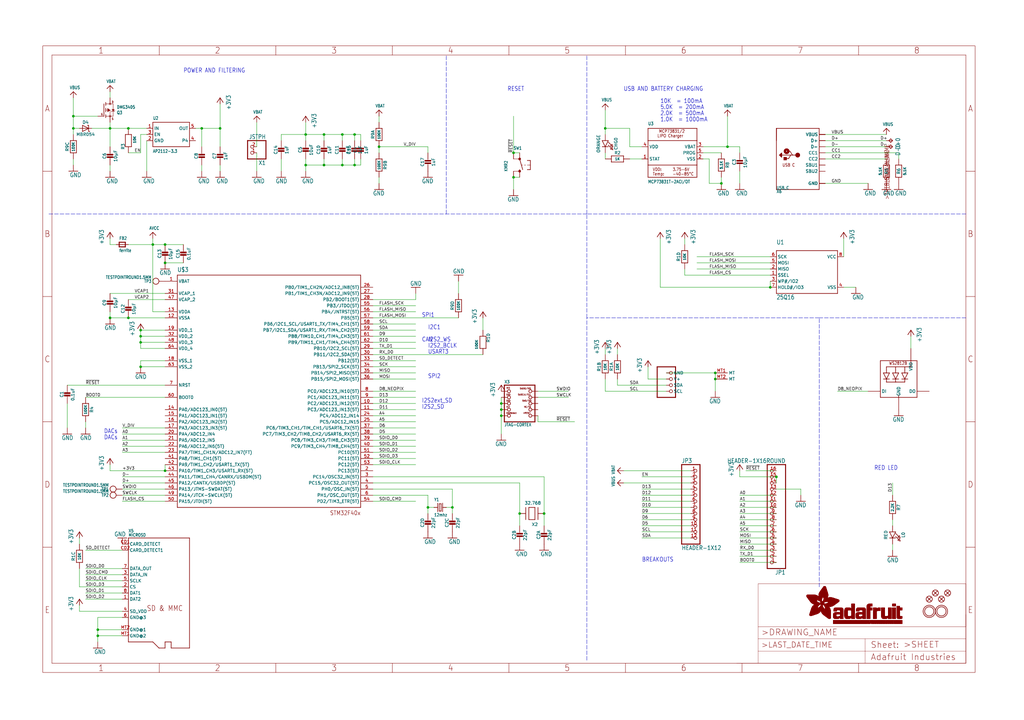
<source format=kicad_sch>
(kicad_sch (version 20211123) (generator eeschema)
  (paper "User" 425.45 299.161)
  (lib_symbols
    (symbol "Adafruit Feather STM32F405 Express-eagle-import:+3V3" (power)
      (property "Value" "+3V3" (at -2.54 -5.08 90))
      (symbol "+3V3_1_0"
        (pin power_in line (at 0 -2.54 90) (length 2.54) (name "+3V3") (number "1"))
      )
    )
    (symbol "Adafruit Feather STM32F405 Express-eagle-import:AVCC" (power)
      (property "Value" "AVCC" (at -1.524 1.016 0))
      (symbol "AVCC_1_0"
        (pin power_in line (at 0 -2.54 90) (length 2.54) (name "AVCC") (number "1"))
      )
    )
    (symbol "Adafruit Feather STM32F405 Express-eagle-import:CAP_4PACK1206"
      (property "Reference" "C" (at -2.29 1.25 90))
      (property "Value" "CAP_4PACK1206" (at 2.3 1.25 90))
      (symbol "CAP_4PACK1206_1_0"
        (pin passive line (at 0 5.08 270) (length 2.54) (name "1") (number "4"))
        (pin passive line (at 0 -2.54 90) (length 2.54) (name "2") (number "5"))
      )
      (symbol "CAP_4PACK1206_2_0"
        (pin passive line (at 0 5.08 270) (length 2.54) (name "1") (number "3"))
        (pin passive line (at 0 -2.54 90) (length 2.54) (name "2") (number "6"))
      )
      (symbol "CAP_4PACK1206_3_0"
        (pin passive line (at 0 5.08 270) (length 2.54) (name "1") (number "2"))
        (pin passive line (at 0 -2.54 90) (length 2.54) (name "2") (number "7"))
      )
      (symbol "CAP_4PACK1206_4_0"
        (pin passive line (at 0 5.08 270) (length 2.54) (name "1") (number "1"))
        (pin passive line (at 0 -2.54 90) (length 2.54) (name "2") (number "8"))
      )
    )
    (symbol "Adafruit Feather STM32F405 Express-eagle-import:CAP_CERAMIC0603_NO"
      (property "Reference" "C" (at -2.29 1.25 90))
      (property "Value" "CAP_CERAMIC0603_NO" (at 2.3 1.25 90))
      (symbol "CAP_CERAMIC0603_NO_1_0"
        (pin passive line (at 0 5.08 270) (length 2.54) (name "1") (number "1"))
        (pin passive line (at 0 -2.54 90) (length 2.54) (name "2") (number "2"))
      )
    )
    (symbol "Adafruit Feather STM32F405 Express-eagle-import:CAP_CERAMIC0805-NOOUTLINE"
      (property "Reference" "C" (at -2.29 1.25 90))
      (property "Value" "CAP_CERAMIC0805-NOOUTLINE" (at 2.3 1.25 90))
      (symbol "CAP_CERAMIC0805-NOOUTLINE_1_0"
        (pin passive line (at 0 5.08 270) (length 2.54) (name "1") (number "1"))
        (pin passive line (at 0 -2.54 90) (length 2.54) (name "2") (number "2"))
      )
    )
    (symbol "Adafruit Feather STM32F405 Express-eagle-import:CON_JST_PH_2PIN"
      (property "Reference" "X" (at -6.35 5.715 0))
      (property "Value" "CON_JST_PH_2PIN" (at -6.35 -5.08 0))
      (symbol "CON_JST_PH_2PIN_1_0"
        (pin passive inverted (at -2.54 2.54 0) (length 2.54) (name "1") (number "1"))
        (pin passive inverted (at -2.54 0 0) (length 2.54) (name "2") (number "2"))
      )
    )
    (symbol "Adafruit Feather STM32F405 Express-eagle-import:CRYSTAL2.5X2.0"
      (property "Reference" "Y" (at -2.54 2.54 0))
      (property "Value" "CRYSTAL2.5X2.0" (at -2.54 -3.81 0))
      (symbol "CRYSTAL2.5X2.0_1_0"
        (pin passive line (at -2.54 0 0) (length 0) (name "1") (number "1"))
        (pin passive line (at 2.54 0 180) (length 0) (name "2") (number "3"))
      )
    )
    (symbol "Adafruit Feather STM32F405 Express-eagle-import:DIODE-SCHOTTKYSOD-123"
      (property "Reference" "D" (at 0 2.54 0))
      (property "Value" "DIODE-SCHOTTKYSOD-123" (at 0 -2.5 0))
      (symbol "DIODE-SCHOTTKYSOD-123_1_0"
        (pin passive line (at -2.54 0 0) (length 2.54) (name "A") (number "A"))
        (pin passive line (at 2.54 0 180) (length 2.54) (name "C") (number "C"))
      )
    )
    (symbol "Adafruit Feather STM32F405 Express-eagle-import:FERRITE-0805NO"
      (property "Reference" "FB" (at -1.27 1.905 0))
      (property "Value" "FERRITE-0805NO" (at -1.27 -3.175 0))
      (symbol "FERRITE-0805NO_1_0"
        (pin passive line (at -2.54 0 0) (length 2.54) (name "P$1") (number "1"))
        (pin passive line (at 2.54 0 180) (length 2.54) (name "P$2") (number "2"))
      )
    )
    (symbol "Adafruit Feather STM32F405 Express-eagle-import:FIDUCIAL_1MM")
    (symbol "Adafruit Feather STM32F405 Express-eagle-import:FRAME_A3_ADAFRUIT"
      (symbol "FRAME_A3_ADAFRUIT_0_0"
        (text "1" (at 24.2094 1.905 0) (effects (font (size 2.54 2.286))))
        (text "1" (at 24.2094 258.445 0) (effects (font (size 2.54 2.286))))
        (text "2" (at 72.6281 1.905 0) (effects (font (size 2.54 2.286))))
        (text "2" (at 72.6281 258.445 0) (effects (font (size 2.54 2.286))))
        (text "3" (at 121.0469 1.905 0) (effects (font (size 2.54 2.286))))
        (text "3" (at 121.0469 258.445 0) (effects (font (size 2.54 2.286))))
        (text "4" (at 169.4656 1.905 0) (effects (font (size 2.54 2.286))))
        (text "4" (at 169.4656 258.445 0) (effects (font (size 2.54 2.286))))
        (text "5" (at 217.8844 1.905 0) (effects (font (size 2.54 2.286))))
        (text "5" (at 217.8844 258.445 0) (effects (font (size 2.54 2.286))))
        (text "6" (at 266.3031 1.905 0) (effects (font (size 2.54 2.286))))
        (text "6" (at 266.3031 258.445 0) (effects (font (size 2.54 2.286))))
        (text "7" (at 314.7219 1.905 0) (effects (font (size 2.54 2.286))))
        (text "7" (at 314.7219 258.445 0) (effects (font (size 2.54 2.286))))
        (text "8" (at 363.1406 1.905 0) (effects (font (size 2.54 2.286))))
        (text "8" (at 363.1406 258.445 0) (effects (font (size 2.54 2.286))))
        (text "A" (at 1.905 234.315 0) (effects (font (size 2.54 2.286))))
        (text "A" (at 385.445 234.315 0) (effects (font (size 2.54 2.286))))
        (text "B" (at 1.905 182.245 0) (effects (font (size 2.54 2.286))))
        (text "B" (at 385.445 182.245 0) (effects (font (size 2.54 2.286))))
        (text "C" (at 1.905 130.175 0) (effects (font (size 2.54 2.286))))
        (text "C" (at 385.445 130.175 0) (effects (font (size 2.54 2.286))))
        (text "D" (at 1.905 78.105 0) (effects (font (size 2.54 2.286))))
        (text "D" (at 385.445 78.105 0) (effects (font (size 2.54 2.286))))
        (text "E" (at 1.905 26.035 0) (effects (font (size 2.54 2.286))))
        (text "E" (at 385.445 26.035 0) (effects (font (size 2.54 2.286))))
      )
      (symbol "FRAME_A3_ADAFRUIT_1_0"
        (text ">DRAWING_NAME" (at 298.45 15.24 0) (effects (font (size 2.54 2.54)) (justify left bottom)))
        (text ">LAST_DATE_TIME" (at 298.45 10.16 0) (effects (font (size 2.286 2.286)) (justify left bottom)))
        (text ">SHEET" (at 357.505 10.16 0) (effects (font (size 2.54 2.54)) (justify left bottom)))
        (text "Adafruit Industries" (at 343.916 4.953 0) (effects (font (size 2.54 2.54)) (justify left bottom)))
        (text "Sheet:" (at 343.916 10.033 0) (effects (font (size 2.54 2.54)) (justify left bottom)))
      )
    )
    (symbol "Adafruit Feather STM32F405 Express-eagle-import:GND" (power)
      (property "Value" "GND" (at -2.54 -2.54 0))
      (symbol "GND_1_0"
        (pin power_in line (at 0 2.54 270) (length 2.54) (name "GND") (number "1"))
      )
    )
    (symbol "Adafruit Feather STM32F405 Express-eagle-import:HEADER-1X12"
      (property "Reference" "JP" (at -6.35 18.415 0))
      (property "Value" "HEADER-1X12" (at -6.35 -17.78 0))
      (symbol "HEADER-1X12_1_0"
        (pin passive inverted (at -2.54 15.24 0) (length 2.54) (name "1") (number "1"))
        (pin passive inverted (at -2.54 -7.62 0) (length 2.54) (name "10") (number "10"))
        (pin passive inverted (at -2.54 -10.16 0) (length 2.54) (name "11") (number "11"))
        (pin passive inverted (at -2.54 -12.7 0) (length 2.54) (name "12") (number "12"))
        (pin passive inverted (at -2.54 12.7 0) (length 2.54) (name "2") (number "2"))
        (pin passive inverted (at -2.54 10.16 0) (length 2.54) (name "3") (number "3"))
        (pin passive inverted (at -2.54 7.62 0) (length 2.54) (name "4") (number "4"))
        (pin passive inverted (at -2.54 5.08 0) (length 2.54) (name "5") (number "5"))
        (pin passive inverted (at -2.54 2.54 0) (length 2.54) (name "6") (number "6"))
        (pin passive inverted (at -2.54 0 0) (length 2.54) (name "7") (number "7"))
        (pin passive inverted (at -2.54 -2.54 0) (length 2.54) (name "8") (number "8"))
        (pin passive inverted (at -2.54 -5.08 0) (length 2.54) (name "9") (number "9"))
      )
    )
    (symbol "Adafruit Feather STM32F405 Express-eagle-import:HEADER-1X16ROUND"
      (property "Reference" "JP" (at -6.35 20.955 0))
      (property "Value" "HEADER-1X16ROUND" (at -6.35 -25.4 0))
      (symbol "HEADER-1X16ROUND_1_0"
        (pin passive inverted (at -2.54 17.78 0) (length 2.54) (name "1") (number "1"))
        (pin passive inverted (at -2.54 -5.08 0) (length 2.54) (name "10") (number "10"))
        (pin passive inverted (at -2.54 -7.62 0) (length 2.54) (name "11") (number "11"))
        (pin passive inverted (at -2.54 -10.16 0) (length 2.54) (name "12") (number "12"))
        (pin passive inverted (at -2.54 -12.7 0) (length 2.54) (name "13") (number "13"))
        (pin passive inverted (at -2.54 -15.24 0) (length 2.54) (name "14") (number "14"))
        (pin passive inverted (at -2.54 -17.78 0) (length 2.54) (name "15") (number "15"))
        (pin passive inverted (at -2.54 -20.32 0) (length 2.54) (name "16") (number "16"))
        (pin passive inverted (at -2.54 15.24 0) (length 2.54) (name "2") (number "2"))
        (pin passive inverted (at -2.54 12.7 0) (length 2.54) (name "3") (number "3"))
        (pin passive inverted (at -2.54 10.16 0) (length 2.54) (name "4") (number "4"))
        (pin passive inverted (at -2.54 7.62 0) (length 2.54) (name "5") (number "5"))
        (pin passive inverted (at -2.54 5.08 0) (length 2.54) (name "6") (number "6"))
        (pin passive inverted (at -2.54 2.54 0) (length 2.54) (name "7") (number "7"))
        (pin passive inverted (at -2.54 0 0) (length 2.54) (name "8") (number "8"))
        (pin passive inverted (at -2.54 -2.54 0) (length 2.54) (name "9") (number "9"))
      )
    )
    (symbol "Adafruit Feather STM32F405 Express-eagle-import:JTAG-CORTEX"
      (property "Reference" "X" (at -6.35 8.255 0))
      (property "Value" "JTAG-CORTEX" (at -6.35 -9.525 0))
      (symbol "JTAG-CORTEX_1_0"
        (text "GND" (at -5.588 0.762 0) (effects (font (size 0.635 0.5397)) (justify left bottom)))
        (text "GND" (at -5.588 3.302 0) (effects (font (size 0.635 0.5397)) (justify left bottom)))
        (text "GNDDetect" (at -5.588 -4.318 0) (effects (font (size 0.635 0.5397)) (justify left bottom)))
        (text "KEY" (at -5.588 -1.778 0) (effects (font (size 0.635 0.5397)) (justify left bottom)))
        (text "NC/TDI" (at 1.778 -1.778 0) (effects (font (size 0.635 0.5397)) (justify left bottom)))
        (text "nRESET" (at 1.524 -4.318 0) (effects (font (size 0.635 0.5397)) (justify left bottom)))
        (text "SWDCLK/TCK" (at -0.762 3.302 0) (effects (font (size 0.635 0.5397)) (justify left bottom)))
        (text "SWDIO/TMS" (at 0 5.842 0) (effects (font (size 0.635 0.5397)) (justify left bottom)))
        (text "SWO/TDO" (at 1.016 0.762 0) (effects (font (size 0.635 0.5397)) (justify left bottom)))
        (text "VCC" (at -5.588 6.096 0) (effects (font (size 0.635 0.5397)) (justify left bottom)))
        (pin power_in line (at -7.62 5.08 0) (length 2.54) (name "VCC") (number "1"))
        (pin bidirectional line (at 7.62 -5.08 180) (length 2.54) (name "NRESET") (number "10"))
        (pin bidirectional line (at 7.62 5.08 180) (length 2.54) (name "SWDIO") (number "2"))
        (pin power_in line (at -7.62 2.54 0) (length 2.54) (name "GND@1") (number "3"))
        (pin bidirectional line (at 7.62 2.54 180) (length 2.54) (name "SWDCLK") (number "4"))
        (pin power_in line (at -7.62 0 0) (length 2.54) (name "GND@2") (number "5"))
        (pin bidirectional line (at 7.62 0 180) (length 2.54) (name "SWO") (number "6"))
        (pin bidirectional line (at -7.62 -2.54 0) (length 2.54) (name "KEY") (number "7"))
        (pin bidirectional line (at 7.62 -2.54 180) (length 2.54) (name "TDI") (number "8"))
        (pin bidirectional line (at -7.62 -5.08 0) (length 2.54) (name "GNDDETECT") (number "9"))
      )
    )
    (symbol "Adafruit Feather STM32F405 Express-eagle-import:LED0805_NOOUTLINE"
      (property "Reference" "D" (at -1.27 4.445 0))
      (property "Value" "LED0805_NOOUTLINE" (at -1.27 -2.794 0))
      (symbol "LED0805_NOOUTLINE_1_0"
        (pin passive line (at -5.08 0 0) (length 2.54) (name "A") (number "A"))
        (pin passive line (at 2.54 0 180) (length 2.54) (name "C") (number "C"))
      )
    )
    (symbol "Adafruit Feather STM32F405 Express-eagle-import:MCP73831{slash}2"
      (property "Reference" "U" (at -10.16 11.43 0))
      (property "Value" "MCP73831{slash}2" (at -10.16 -12.7 0))
      (symbol "MCP73831{slash}2_1_0"
        (text "-40-85°C" (at 0 -9.525 0) (effects (font (size 1.27 1.0795)) (justify left bottom)))
        (text "3.75-6V" (at 0 -7.62 0) (effects (font (size 1.27 1.0795)) (justify left bottom)))
        (text "LIPO Charger" (at -6.35 6.35 0) (effects (font (size 1.27 1.0795)) (justify left bottom)))
        (text "MCP73831/2" (at -5.715 8.255 0) (effects (font (size 1.27 1.0795)) (justify left bottom)))
        (text "Temp:" (at -8.255 -9.525 0) (effects (font (size 1.27 1.0795)) (justify left bottom)))
        (text "VDD:" (at -8.255 -7.62 0) (effects (font (size 1.27 1.0795)) (justify left bottom)))
        (pin output line (at -12.7 -2.54 0) (length 2.54) (name "STAT") (number "1"))
        (pin power_in line (at 12.7 -2.54 180) (length 2.54) (name "VSS") (number "2"))
        (pin power_in line (at 12.7 2.54 180) (length 2.54) (name "VBAT") (number "3"))
        (pin power_in line (at -12.7 2.54 0) (length 2.54) (name "VDD") (number "4"))
        (pin input line (at 12.7 0 180) (length 2.54) (name "PROG") (number "5"))
      )
    )
    (symbol "Adafruit Feather STM32F405 Express-eagle-import:MICROSD"
      (property "Reference" "X" (at -12.7 22.606 0))
      (property "Value" "MICROSD" (at -12.7 20.828 0))
      (symbol "MICROSD_1_0"
        (text "SD & MMC" (at -5.08 -10.16 0) (effects (font (size 2.1844 1.8567)) (justify left bottom)))
        (pin bidirectional line (at -15.24 -5.08 0) (length 2.54) (name "DAT2") (number "1"))
        (pin input line (at -15.24 0 0) (length 2.54) (name "CS") (number "2"))
        (pin input line (at -15.24 5.08 0) (length 2.54) (name "DATA_IN") (number "3"))
        (pin power_in line (at -15.24 -10.16 0) (length 2.54) (name "SD_VDD") (number "4"))
        (pin input line (at -15.24 2.54 0) (length 2.54) (name "SCLK") (number "5"))
        (pin power_in line (at -15.24 -12.7 0) (length 2.54) (name "GND@3") (number "6"))
        (pin output line (at -15.24 7.62 0) (length 2.54) (name "DATA_OUT") (number "7"))
        (pin bidirectional line (at -15.24 -2.54 0) (length 2.54) (name "DAT1") (number "8"))
        (pin passive line (at -15.24 17.78 0) (length 2.54) (name "CARD_DETECT") (number "CD1"))
        (pin passive line (at -15.24 15.24 0) (length 2.54) (name "CARD_DETECT1") (number "CD2"))
        (pin power_in line (at -15.24 -20.32 0) (length 2.54) (name "GND@2") (number "MT1"))
        (pin power_in line (at -15.24 -17.78 0) (length 2.54) (name "GND@1") (number "MT2"))
      )
    )
    (symbol "Adafruit Feather STM32F405 Express-eagle-import:MOSFET-P"
      (property "Reference" "Q" (at 2.794 0.381 0))
      (property "Value" "MOSFET-P" (at 2.794 -1.905 0))
      (symbol "MOSFET-P_1_0"
        (text "D" (at 0.635 -3.81 0) (effects (font (size 0.8128 0.6908)) (justify left bottom)))
        (text "G" (at -3.81 1.27 0) (effects (font (size 0.8128 0.6908)) (justify left bottom)))
        (text "S" (at 0.635 3.175 0) (effects (font (size 0.8128 0.6908)) (justify left bottom)))
        (pin passive line (at -5.08 2.54 0) (length 2.54) (name "G") (number "1"))
        (pin passive line (at 0 5.08 270) (length 2.54) (name "S") (number "2"))
        (pin passive line (at 0 -5.08 90) (length 2.54) (name "D") (number "3"))
      )
    )
    (symbol "Adafruit Feather STM32F405 Express-eagle-import:MOUNTINGHOLE2.5")
    (symbol "Adafruit Feather STM32F405 Express-eagle-import:RESISTOR_0603_NOOUT"
      (property "Reference" "R" (at 0 2.54 0))
      (property "Value" "RESISTOR_0603_NOOUT" (at 0 0 0))
      (symbol "RESISTOR_0603_NOOUT_1_0"
        (pin passive line (at -5.08 0 0) (length 2.54) (name "1") (number "1"))
        (pin passive line (at 5.08 0 180) (length 2.54) (name "2") (number "2"))
      )
    )
    (symbol "Adafruit Feather STM32F405 Express-eagle-import:RESISTOR_4PACK_NO"
      (property "Reference" "R" (at 0 2.54 0))
      (property "Value" "RESISTOR_4PACK_NO" (at 0 0 0))
      (symbol "RESISTOR_4PACK_NO_1_0"
        (pin passive line (at -5.08 0 0) (length 2.54) (name "1") (number "1"))
        (pin passive line (at 5.08 0 180) (length 2.54) (name "2") (number "8"))
      )
      (symbol "RESISTOR_4PACK_NO_2_0"
        (pin passive line (at -5.08 0 0) (length 2.54) (name "1") (number "2"))
        (pin passive line (at 5.08 0 180) (length 2.54) (name "2") (number "7"))
      )
      (symbol "RESISTOR_4PACK_NO_3_0"
        (pin passive line (at -5.08 0 0) (length 2.54) (name "1") (number "3"))
        (pin passive line (at 5.08 0 180) (length 2.54) (name "2") (number "6"))
      )
      (symbol "RESISTOR_4PACK_NO_4_0"
        (pin passive line (at -5.08 0 0) (length 2.54) (name "1") (number "4"))
        (pin passive line (at 5.08 0 180) (length 2.54) (name "2") (number "5"))
      )
    )
    (symbol "Adafruit Feather STM32F405 Express-eagle-import:SPIFLASH_8PIN"
      (property "Reference" "U" (at -12.7 12.7 0))
      (property "Value" "SPIFLASH_8PIN" (at -12.7 -10.16 0))
      (symbol "SPIFLASH_8PIN_1_0"
        (pin bidirectional line (at -15.24 0 0) (length 2.54) (name "SSEL") (number "1"))
        (pin bidirectional line (at -15.24 2.54 0) (length 2.54) (name "MISO") (number "2"))
        (pin bidirectional line (at -15.24 -2.54 0) (length 2.54) (name "WP#/IO2") (number "3"))
        (pin bidirectional line (at 15.24 -5.08 180) (length 2.54) (name "VSS") (number "4"))
        (pin bidirectional line (at -15.24 5.08 0) (length 2.54) (name "MOSI") (number "5"))
        (pin bidirectional line (at -15.24 7.62 0) (length 2.54) (name "SCK") (number "6"))
        (pin bidirectional line (at -15.24 -5.08 0) (length 2.54) (name "HOLD#/IO3") (number "7"))
        (pin bidirectional line (at 15.24 7.62 180) (length 2.54) (name "VCC") (number "8"))
      )
    )
    (symbol "Adafruit Feather STM32F405 Express-eagle-import:STEMMA_I2C_QT"
      (symbol "STEMMA_I2C_QT_1_0"
        (pin passive inverted (at 0 5.08 0) (length 2.54) (name "GND") (number "1"))
        (pin passive inverted (at 0 2.54 0) (length 2.54) (name "V+") (number "2"))
        (pin passive inverted (at 0 0 0) (length 2.54) (name "SDA") (number "3"))
        (pin passive inverted (at 0 -2.54 0) (length 2.54) (name "SCL") (number "4"))
      )
      (symbol "STEMMA_I2C_QT_2_0"
        (pin bidirectional line (at 0 0 0) (length 5.08) (name "MT") (number "MT1"))
      )
      (symbol "STEMMA_I2C_QT_3_0"
        (pin bidirectional line (at 0 0 0) (length 5.08) (name "MT") (number "MT2"))
      )
    )
    (symbol "Adafruit Feather STM32F405 Express-eagle-import:STM32F405R"
      (symbol "STM32F405R_1_0"
        (text "STM32F40x" (at 38.1 -49.53 0) (effects (font (size 1.778 1.5113)) (justify right top)))
        (pin bidirectional line (at -43.18 45.72 0) (length 5.08) (name "VBAT") (number "1"))
        (pin bidirectional line (at 43.18 -5.08 180) (length 5.08) (name "PC2/ADC123_IN12(5T)") (number "10"))
        (pin bidirectional line (at 43.18 -7.62 180) (length 5.08) (name "PC3/ADC123_IN13(5T)") (number "11"))
        (pin bidirectional line (at -43.18 30.48 0) (length 5.08) (name "VSSA") (number "12"))
        (pin bidirectional line (at -43.18 33.02 0) (length 5.08) (name "VDDA") (number "13"))
        (pin bidirectional line (at -43.18 -7.62 0) (length 5.08) (name "PA0/ADC123_IN0(5T)") (number "14"))
        (pin bidirectional line (at -43.18 -10.16 0) (length 5.08) (name "PA1/ADC123_IN1(5T)") (number "15"))
        (pin bidirectional line (at -43.18 -12.7 0) (length 5.08) (name "PA2/ADC123_IN2(5T)") (number "16"))
        (pin bidirectional line (at -43.18 -15.24 0) (length 5.08) (name "PA3/ADC123_IN3(5T)") (number "17"))
        (pin bidirectional line (at -43.18 12.7 0) (length 5.08) (name "VSS_1") (number "18"))
        (pin bidirectional line (at -43.18 25.4 0) (length 5.08) (name "VDD_1") (number "19"))
        (pin bidirectional line (at 43.18 -33.02 180) (length 5.08) (name "PC13(5T)") (number "2"))
        (pin bidirectional line (at -43.18 -17.78 0) (length 5.08) (name "PA4/ADC12_IN4") (number "20"))
        (pin bidirectional line (at -43.18 -20.32 0) (length 5.08) (name "PA5/ADC12_IN5") (number "21"))
        (pin bidirectional line (at -43.18 -22.86 0) (length 5.08) (name "PA6/ADC12_IN6(5T)") (number "22"))
        (pin bidirectional line (at -43.18 -25.4 0) (length 5.08) (name "PA7/TIM1_CH1N/ADC12_IN7(FT)") (number "23"))
        (pin bidirectional line (at 43.18 -10.16 180) (length 5.08) (name "PC4/ADC12_IN14") (number "24"))
        (pin bidirectional line (at 43.18 -12.7 180) (length 5.08) (name "PC5/ADC12_IN15") (number "25"))
        (pin bidirectional line (at 43.18 43.18 180) (length 5.08) (name "PB0/TIM1_CH2N/ADC12_IN8(5T)") (number "26"))
        (pin bidirectional line (at 43.18 40.64 180) (length 5.08) (name "PB1/TIM1_CH3N/ADC12_IN9(5T)") (number "27"))
        (pin bidirectional line (at 43.18 38.1 180) (length 5.08) (name "PB2/BOOT1(5T)") (number "28"))
        (pin bidirectional line (at 43.18 17.78 180) (length 5.08) (name "PB10/I2C2_SCL(5T)") (number "29"))
        (pin bidirectional line (at 43.18 -35.56 180) (length 5.08) (name "PC14/OSC32_IN(5T)") (number "3"))
        (pin bidirectional line (at 43.18 15.24 180) (length 5.08) (name "PB11/I2C2_SDA(5T)") (number "30"))
        (pin bidirectional line (at -43.18 40.64 0) (length 5.08) (name "VCAP_1") (number "31"))
        (pin bidirectional line (at -43.18 22.86 0) (length 5.08) (name "VDD_2") (number "32"))
        (pin bidirectional line (at 43.18 12.7 180) (length 5.08) (name "PB12(5T)") (number "33"))
        (pin bidirectional line (at 43.18 10.16 180) (length 5.08) (name "PB13/SPI2_SCK(5T)") (number "34"))
        (pin bidirectional line (at 43.18 7.62 180) (length 5.08) (name "PB14/SPI2_MISO(5T)") (number "35"))
        (pin bidirectional line (at 43.18 5.08 180) (length 5.08) (name "PB15/SPI2_MOSI(5T)") (number "36"))
        (pin bidirectional line (at 43.18 -15.24 180) (length 5.08) (name "PC6/TIM3_CH1/TIM_CH1/USART6_TX(5T)") (number "37"))
        (pin bidirectional line (at 43.18 -17.78 180) (length 5.08) (name "PC7/TIM3_CH2/TIM8_CH2/USART6_RX(5T)") (number "38"))
        (pin bidirectional line (at 43.18 -20.32 180) (length 5.08) (name "PC8/TIM3_CH3/TIM8_CH3(5T)") (number "39"))
        (pin bidirectional line (at 43.18 -38.1 180) (length 5.08) (name "PC15/OSC32_OUT(5T)") (number "4"))
        (pin bidirectional line (at 43.18 -22.86 180) (length 5.08) (name "PC9/TIM3_CH4/TIM8_CH4(5T)") (number "40"))
        (pin bidirectional line (at -43.18 -27.94 0) (length 5.08) (name "PA8/TIM1_CH1(5T)") (number "41"))
        (pin bidirectional line (at -43.18 -30.48 0) (length 5.08) (name "PA9/TIM1_CH2/USART1_TX(5T)") (number "42"))
        (pin bidirectional line (at -43.18 -33.02 0) (length 5.08) (name "PA10/TIM1_CH3/USART1_RX(5T)") (number "43"))
        (pin bidirectional line (at -43.18 -35.56 0) (length 5.08) (name "PA11/TIM1_CH4/CANRX/USBDM(5T)") (number "44"))
        (pin bidirectional line (at -43.18 -38.1 0) (length 5.08) (name "PA12/CANTX/USBDP(5T)") (number "45"))
        (pin bidirectional line (at -43.18 -40.64 0) (length 5.08) (name "PA13/JTMS-SWDAT(5T)") (number "46"))
        (pin bidirectional line (at -43.18 38.1 0) (length 5.08) (name "VCAP_2") (number "47"))
        (pin bidirectional line (at -43.18 20.32 0) (length 5.08) (name "VDD_3") (number "48"))
        (pin bidirectional line (at -43.18 -43.18 0) (length 5.08) (name "PA14/JTCK-SWCLK(5T)") (number "49"))
        (pin bidirectional line (at 43.18 -40.64 180) (length 5.08) (name "PH0/OSC_IN(5T)") (number "5"))
        (pin bidirectional line (at -43.18 -45.72 0) (length 5.08) (name "PA15/JTDI(5T)") (number "50"))
        (pin bidirectional line (at 43.18 -25.4 180) (length 5.08) (name "PC10(5T)") (number "51"))
        (pin bidirectional line (at 43.18 -27.94 180) (length 5.08) (name "PC11(5T)") (number "52"))
        (pin bidirectional line (at 43.18 -30.48 180) (length 5.08) (name "PC12(5T)") (number "53"))
        (pin bidirectional line (at 43.18 -45.72 180) (length 5.08) (name "PD2/TIM3_ETR(5T)") (number "54"))
        (pin bidirectional line (at 43.18 35.56 180) (length 5.08) (name "PB3/JTDO(5T)") (number "55"))
        (pin bidirectional line (at 43.18 33.02 180) (length 5.08) (name "PB4/JNTRST(5T)") (number "56"))
        (pin bidirectional line (at 43.18 30.48 180) (length 5.08) (name "PB5(5T)") (number "57"))
        (pin bidirectional line (at 43.18 27.94 180) (length 5.08) (name "PB6/I2C1_SCL/USART1_TX/TIM4_CH1(5T)") (number "58"))
        (pin bidirectional line (at 43.18 25.4 180) (length 5.08) (name "PB7/I2C1_SDA/USART1_RX/TIM4_CH2(5T)") (number "59"))
        (pin bidirectional line (at 43.18 -43.18 180) (length 5.08) (name "PH1/OSC_OUT(5T)") (number "6"))
        (pin bidirectional line (at -43.18 -2.54 0) (length 5.08) (name "BOOT0") (number "60"))
        (pin bidirectional line (at 43.18 22.86 180) (length 5.08) (name "PB8/TIM10_CH1/TIM4_CH3(5T)") (number "61"))
        (pin bidirectional line (at 43.18 20.32 180) (length 5.08) (name "PB9/TIM11_CH1/TIM4_CH4(5T)") (number "62"))
        (pin bidirectional line (at -43.18 10.16 0) (length 5.08) (name "VSS_2") (number "63"))
        (pin bidirectional line (at -43.18 17.78 0) (length 5.08) (name "VDD_4") (number "64"))
        (pin bidirectional line (at -43.18 2.54 0) (length 5.08) (name "NRST") (number "7"))
        (pin bidirectional line (at 43.18 0 180) (length 5.08) (name "PC0/ADC123_IN10(5T)") (number "8"))
        (pin bidirectional line (at 43.18 -2.54 180) (length 5.08) (name "PC1/ADC123_IN11(5T)") (number "9"))
      )
    )
    (symbol "Adafruit Feather STM32F405 Express-eagle-import:SWITCH_TACT_SMT4.6X2.8"
      (property "Reference" "SW" (at -2.54 6.35 0))
      (property "Value" "SWITCH_TACT_SMT4.6X2.8" (at -2.54 -5.08 0))
      (symbol "SWITCH_TACT_SMT4.6X2.8_1_0"
        (pin passive line (at -5.08 0 0) (length 2.54) (name "P") (number "A"))
        (pin passive line (at -5.08 -2.54 0) (length 2.54) (name "P1") (number "A'"))
        (pin passive line (at 5.08 0 180) (length 2.54) (name "S") (number "B"))
        (pin passive line (at 5.08 -2.54 180) (length 2.54) (name "S1") (number "B'"))
      )
    )
    (symbol "Adafruit Feather STM32F405 Express-eagle-import:TESTPOINTROUND1.5MM"
      (property "Reference" "TP" (at 0 5.588 90))
      (property "Value" "TESTPOINTROUND1.5MM" (at 1.651 5.588 90))
      (symbol "TESTPOINTROUND1.5MM_1_0"
        (pin bidirectional line (at 0 0 90) (length 2.54) (name "P$1") (number "P$1"))
      )
    )
    (symbol "Adafruit Feather STM32F405 Express-eagle-import:TPB1,27"
      (property "Reference" "TP" (at -1.27 1.27 0))
      (symbol "TPB1,27_1_0"
        (text ">TP_SIGNAL_NAME" (at 1.27 -1.27 0) (effects (font (size 1.778 1.5113)) (justify left bottom)))
        (pin input line (at 0 -2.54 90) (length 2.54) (name "TP") (number "TP"))
      )
    )
    (symbol "Adafruit Feather STM32F405 Express-eagle-import:USB_C"
      (property "Reference" "X" (at -10.16 13.716 0))
      (property "Value" "USB_C" (at -10.16 -15.24 0))
      (symbol "USB_C_1_0"
        (text "USB C" (at -5.08 -2.54 0) (effects (font (size 1.27 1.0795))))
        (pin power_in line (at 10.16 -10.16 180) (length 2.54) (name "GND") (number "A1B12"))
        (pin power_in line (at 10.16 10.16 180) (length 2.54) (name "VBUS") (number "A4B9"))
        (pin bidirectional line (at 10.16 2.54 180) (length 2.54) (name "CC1") (number "A5"))
        (pin bidirectional line (at 10.16 7.62 180) (length 2.54) (name "D+") (number "A6"))
        (pin bidirectional line (at 10.16 5.08 180) (length 2.54) (name "D-") (number "A7"))
        (pin bidirectional line (at 10.16 -2.54 180) (length 2.54) (name "SBU1") (number "A8"))
        (pin power_in line (at 10.16 -10.16 180) (length 2.54) (name "GND") (number "B1A12"))
        (pin power_in line (at 10.16 10.16 180) (length 2.54) (name "VBUS") (number "B4A9"))
        (pin bidirectional line (at 10.16 0 180) (length 2.54) (name "CC2") (number "B5"))
        (pin bidirectional line (at 10.16 7.62 180) (length 2.54) (name "D+") (number "B6"))
        (pin bidirectional line (at 10.16 5.08 180) (length 2.54) (name "D-") (number "B7"))
        (pin bidirectional line (at 10.16 -5.08 180) (length 2.54) (name "SBU2") (number "B8"))
      )
    )
    (symbol "Adafruit Feather STM32F405 Express-eagle-import:VBAT" (power)
      (property "Value" "VBAT" (at -1.524 1.016 0))
      (symbol "VBAT_1_0"
        (pin power_in line (at 0 -2.54 90) (length 2.54) (name "VBAT") (number "1"))
      )
    )
    (symbol "Adafruit Feather STM32F405 Express-eagle-import:VBUS" (power)
      (property "Value" "VBUS" (at -1.524 1.016 0))
      (symbol "VBUS_1_0"
        (pin power_in line (at 0 -2.54 90) (length 2.54) (name "VBUS") (number "1"))
      )
    )
    (symbol "Adafruit Feather STM32F405 Express-eagle-import:VREG_SOT23-5"
      (property "Reference" "U" (at -7.62 6.096 0))
      (property "Value" "VREG_SOT23-5" (at -7.62 -7.62 0))
      (symbol "VREG_SOT23-5_1_0"
        (pin power_in line (at -10.16 2.54 0) (length 2.54) (name "IN") (number "1"))
        (pin power_in line (at -10.16 -2.54 0) (length 2.54) (name "GND") (number "2"))
        (pin input line (at -10.16 0 0) (length 2.54) (name "EN") (number "3"))
        (pin bidirectional line (at 10.16 -2.54 180) (length 2.54) (name "P4") (number "4"))
        (pin power_in line (at 10.16 2.54 180) (length 2.54) (name "OUT") (number "5"))
      )
    )
    (symbol "Adafruit Feather STM32F405 Express-eagle-import:WS2812B3535"
      (symbol "WS2812B3535_1_0"
        (text "WS2812B" (at -4.064 8.382 0) (effects (font (size 1.27 1.0795)) (justify left bottom)))
        (pin input line (at -12.7 -2.54 0) (length 5.08) (name "DI") (number "1"))
        (pin power_in line (at 5.08 15.24 270) (length 5.08) (name "VDD") (number "2"))
        (pin output line (at 12.7 -2.54 180) (length 5.08) (name "DO") (number "3"))
        (pin power_in line (at 0 -10.16 90) (length 5.08) (name "GND") (number "4"))
      )
    )
    (symbol "Adafruit Feather STM32F405 Express-eagle-import:XTAL-3.2X1.5"
      (property "Reference" "X" (at -2.54 3.81 0))
      (property "Value" "XTAL-3.2X1.5" (at -3.81 -5.08 0))
      (symbol "XTAL-3.2X1.5_1_0"
        (pin bidirectional line (at -5.08 0 0) (length 2.54) (name "P$1") (number "P$1"))
        (pin bidirectional line (at 5.08 0 180) (length 2.54) (name "P$2") (number "P$2"))
      )
    )
  )
  (junction (at 53.34 132.08))
  (junction (at 127 55.88))
  (junction (at 53.34 53.34))
  (junction (at 83.82 53.34))
  (junction (at 147.32 68.58))
  (junction (at 322.58 198.12))
  (junction (at 40.64 264.16))
  (junction (at 134.62 55.88))
  (junction (at 226.06 213.36))
  (junction (at 45.72 132.08))
  (junction (at 127 68.58))
  (junction (at 215.9 213.36))
  (junction (at 134.62 68.58))
  (junction (at 213.36 73.66))
  (junction (at 68.58 195.58))
  (junction (at 177.8 210.82))
  (junction (at 63.5 101.6))
  (junction (at 187.96 210.82))
  (junction (at 58.42 152.4))
  (junction (at 91.44 53.34))
  (junction (at 302.26 60.96))
  (junction (at 208.28 172.72))
  (junction (at 297.18 157.48))
  (junction (at 58.42 142.24))
  (junction (at 68.58 101.6))
  (junction (at 157.48 60.96))
  (junction (at 142.24 55.88))
  (junction (at 299.72 76.2))
  (junction (at 208.28 167.64))
  (junction (at 297.18 154.94))
  (junction (at 142.24 68.58))
  (junction (at 58.42 137.16))
  (junction (at 30.48 48.26))
  (junction (at 68.58 109.22))
  (junction (at 251.46 53.34))
  (junction (at 40.64 261.62))
  (junction (at 30.48 53.34))
  (junction (at 320.04 119.38))
  (junction (at 147.32 55.88))
  (junction (at 208.28 170.18))
  (junction (at 58.42 139.7))
  (junction (at 45.72 53.34))
  (junction (at 213.36 63.5))
  (wire (pts (xy 360.68 76.2) (xy 342.9 76.2)))
  (wire (pts (xy 307.34 233.68) (xy 322.58 233.68)))
  (wire (pts (xy 30.48 55.88) (xy 30.48 53.34)))
  (wire (pts (xy 50.8 256.54) (xy 40.64 256.54)))
  (wire (pts (xy 60.96 58.42) (xy 60.96 71.12)))
  (wire (pts (xy 45.72 132.08) (xy 53.34 132.08)))
  (wire (pts (xy 50.8 236.22) (xy 35.56 236.22)))
  (wire (pts (xy 223.52 172.72) (xy 223.52 175.26)))
  (wire (pts (xy 154.94 147.32) (xy 200.66 147.32)))
  (wire (pts (xy 342.9 63.5) (xy 373.38 63.5)))
  (wire (pts (xy 287.02 220.98) (xy 266.7 220.98)))
  (wire (pts (xy 154.94 167.64) (xy 172.72 167.64)))
  (wire (pts (xy 33.02 53.34) (xy 30.48 53.34)))
  (wire (pts (xy 45.72 129.54) (xy 45.72 132.08)))
  (wire (pts (xy 53.34 53.34) (xy 45.72 53.34)))
  (wire (pts (xy 45.72 99.06) (xy 45.72 101.6)))
  (wire (pts (xy 342.9 66.04) (xy 368.3 66.04)))
  (wire (pts (xy 154.94 193.04) (xy 172.72 193.04)))
  (wire (pts (xy 251.46 144.78) (xy 251.46 147.32)))
  (wire (pts (xy 45.72 195.58) (xy 45.72 193.04)))
  (wire (pts (xy 68.58 193.04) (xy 68.58 195.58)))
  (wire (pts (xy 294.64 76.2) (xy 299.72 76.2)))
  (polyline (pts (xy 185.42 88.9) (xy 185.42 22.86)))
  (wire (pts (xy 284.48 111.76) (xy 284.48 114.3)))
  (wire (pts (xy 266.7 205.74) (xy 287.02 205.74)))
  (wire (pts (xy 53.34 132.08) (xy 68.58 132.08)))
  (polyline (pts (xy 401.32 88.9) (xy 243.84 88.9)))
  (wire (pts (xy 68.58 177.8) (xy 50.8 177.8)))
  (polyline (pts (xy 243.84 88.9) (xy 243.84 22.86)))
  (wire (pts (xy 307.34 231.14) (xy 322.58 231.14)))
  (wire (pts (xy 60.96 53.34) (xy 53.34 53.34)))
  (wire (pts (xy 208.28 170.18) (xy 208.28 172.72)))
  (wire (pts (xy 127 71.12) (xy 127 68.58)))
  (wire (pts (xy 157.48 76.2) (xy 157.48 73.66)))
  (wire (pts (xy 33.02 243.84) (xy 50.8 243.84)))
  (wire (pts (xy 177.8 60.96) (xy 177.8 63.5)))
  (wire (pts (xy 40.64 264.16) (xy 50.8 264.16)))
  (wire (pts (xy 58.42 63.5) (xy 58.42 55.88)))
  (wire (pts (xy 106.68 50.8) (xy 106.68 60.96)))
  (wire (pts (xy 106.68 71.12) (xy 106.68 63.5)))
  (wire (pts (xy 154.94 177.8) (xy 172.72 177.8)))
  (wire (pts (xy 154.94 170.18) (xy 172.72 170.18)))
  (wire (pts (xy 187.96 210.82) (xy 185.42 210.82)))
  (polyline (pts (xy 340.36 132.08) (xy 243.84 132.08)))
  (wire (pts (xy 48.26 101.6) (xy 45.72 101.6)))
  (wire (pts (xy 172.72 124.46) (xy 172.72 121.92)))
  (wire (pts (xy 215.9 213.36) (xy 215.9 218.44)))
  (wire (pts (xy 134.62 68.58) (xy 134.62 66.04)))
  (wire (pts (xy 261.62 60.96) (xy 266.7 60.96)))
  (wire (pts (xy 284.48 114.3) (xy 320.04 114.3)))
  (wire (pts (xy 320.04 119.38) (xy 274.32 119.38)))
  (wire (pts (xy 68.58 121.92) (xy 45.72 121.92)))
  (wire (pts (xy 251.46 157.48) (xy 251.46 162.56)))
  (wire (pts (xy 213.36 78.74) (xy 213.36 73.66)))
  (wire (pts (xy 226.06 213.36) (xy 226.06 198.12)))
  (wire (pts (xy 256.54 160.02) (xy 256.54 157.48)))
  (wire (pts (xy 208.28 172.72) (xy 208.28 180.34)))
  (wire (pts (xy 134.62 58.42) (xy 134.62 55.88)))
  (wire (pts (xy 142.24 66.04) (xy 142.24 68.58)))
  (wire (pts (xy 116.84 66.04) (xy 116.84 71.12)))
  (wire (pts (xy 213.36 48.26) (xy 213.36 63.5)))
  (wire (pts (xy 266.7 198.12) (xy 287.02 198.12)))
  (wire (pts (xy 68.58 149.86) (xy 58.42 149.86)))
  (wire (pts (xy 307.34 218.44) (xy 322.58 218.44)))
  (wire (pts (xy 40.64 264.16) (xy 40.64 266.7)))
  (wire (pts (xy 91.44 53.34) (xy 91.44 43.18)))
  (wire (pts (xy 322.58 223.52) (xy 307.34 223.52)))
  (wire (pts (xy 154.94 165.1) (xy 172.72 165.1)))
  (wire (pts (xy 287.02 203.2) (xy 266.7 203.2)))
  (wire (pts (xy 154.94 203.2) (xy 187.96 203.2)))
  (wire (pts (xy 40.64 261.62) (xy 40.64 264.16)))
  (wire (pts (xy 58.42 144.78) (xy 68.58 144.78)))
  (wire (pts (xy 266.7 215.9) (xy 287.02 215.9)))
  (wire (pts (xy 215.9 200.66) (xy 215.9 213.36)))
  (wire (pts (xy 35.56 175.26) (xy 35.56 177.8)))
  (wire (pts (xy 208.28 165.1) (xy 208.28 167.64)))
  (wire (pts (xy 180.34 210.82) (xy 177.8 210.82)))
  (wire (pts (xy 157.48 48.26) (xy 157.48 50.8)))
  (wire (pts (xy 307.34 208.28) (xy 322.58 208.28)))
  (wire (pts (xy 190.5 116.84) (xy 190.5 121.92)))
  (wire (pts (xy 154.94 208.28) (xy 172.72 208.28)))
  (wire (pts (xy 289.56 109.22) (xy 320.04 109.22)))
  (wire (pts (xy 68.58 180.34) (xy 50.8 180.34)))
  (wire (pts (xy 292.1 63.5) (xy 299.72 63.5)))
  (wire (pts (xy 261.62 66.04) (xy 266.7 66.04)))
  (wire (pts (xy 63.5 101.6) (xy 68.58 101.6)))
  (wire (pts (xy 30.48 48.26) (xy 30.48 40.64)))
  (wire (pts (xy 50.8 198.12) (xy 68.58 198.12)))
  (polyline (pts (xy 340.36 243.84) (xy 340.36 132.08)))
  (wire (pts (xy 154.94 187.96) (xy 172.72 187.96)))
  (wire (pts (xy 50.8 182.88) (xy 68.58 182.88)))
  (wire (pts (xy 322.58 215.9) (xy 307.34 215.9)))
  (wire (pts (xy 154.94 162.56) (xy 172.72 162.56)))
  (wire (pts (xy 50.8 248.92) (xy 35.56 248.92)))
  (wire (pts (xy 342.9 60.96) (xy 368.3 60.96)))
  (wire (pts (xy 320.04 111.76) (xy 289.56 111.76)))
  (wire (pts (xy 261.62 53.34) (xy 261.62 60.96)))
  (wire (pts (xy 91.44 68.58) (xy 91.44 71.12)))
  (wire (pts (xy 251.46 55.88) (xy 251.46 53.34)))
  (wire (pts (xy 127 58.42) (xy 127 55.88)))
  (wire (pts (xy 33.02 254) (xy 33.02 251.46)))
  (wire (pts (xy 274.32 119.38) (xy 274.32 99.06)))
  (wire (pts (xy 350.52 99.06) (xy 350.52 106.68)))
  (wire (pts (xy 142.24 68.58) (xy 147.32 68.58)))
  (wire (pts (xy 68.58 142.24) (xy 58.42 142.24)))
  (wire (pts (xy 149.86 68.58) (xy 149.86 66.04)))
  (wire (pts (xy 157.48 60.96) (xy 157.48 63.5)))
  (wire (pts (xy 187.96 210.82) (xy 187.96 213.36)))
  (wire (pts (xy 370.84 215.9) (xy 370.84 218.44)))
  (wire (pts (xy 251.46 63.5) (xy 251.46 66.04)))
  (wire (pts (xy 154.94 132.08) (xy 190.5 132.08)))
  (wire (pts (xy 292.1 66.04) (xy 294.64 66.04)))
  (wire (pts (xy 256.54 144.78) (xy 256.54 147.32)))
  (wire (pts (xy 322.58 195.58) (xy 309.88 195.58)))
  (wire (pts (xy 307.34 71.12) (xy 307.34 76.2)))
  (wire (pts (xy 58.42 142.24) (xy 58.42 144.78)))
  (wire (pts (xy 134.62 55.88) (xy 127 55.88)))
  (wire (pts (xy 299.72 73.66) (xy 299.72 76.2)))
  (wire (pts (xy 68.58 200.66) (xy 50.8 200.66)))
  (wire (pts (xy 287.02 200.66) (xy 259.08 200.66)))
  (wire (pts (xy 38.1 53.34) (xy 45.72 53.34)))
  (wire (pts (xy 127 55.88) (xy 127 50.8)))
  (wire (pts (xy 40.64 48.26) (xy 30.48 48.26)))
  (wire (pts (xy 172.72 175.26) (xy 154.94 175.26)))
  (wire (pts (xy 373.38 63.5) (xy 373.38 66.04)))
  (wire (pts (xy 68.58 187.96) (xy 50.8 187.96)))
  (wire (pts (xy 50.8 228.6) (xy 35.56 228.6)))
  (wire (pts (xy 342.9 58.42) (xy 368.3 58.42)))
  (wire (pts (xy 154.94 172.72) (xy 172.72 172.72)))
  (wire (pts (xy 154.94 205.74) (xy 177.8 205.74)))
  (wire (pts (xy 154.94 142.24) (xy 172.72 142.24)))
  (wire (pts (xy 208.28 167.64) (xy 208.28 170.18)))
  (wire (pts (xy 58.42 137.16) (xy 58.42 139.7)))
  (wire (pts (xy 370.84 205.74) (xy 370.84 200.66)))
  (wire (pts (xy 127 68.58) (xy 127 66.04)))
  (wire (pts (xy 68.58 195.58) (xy 45.72 195.58)))
  (wire (pts (xy 266.7 210.82) (xy 287.02 210.82)))
  (wire (pts (xy 68.58 185.42) (xy 50.8 185.42)))
  (wire (pts (xy 307.34 195.58) (xy 307.34 198.12)))
  (wire (pts (xy 58.42 152.4) (xy 68.58 152.4)))
  (wire (pts (xy 63.5 129.54) (xy 63.5 101.6)))
  (wire (pts (xy 134.62 68.58) (xy 127 68.58)))
  (wire (pts (xy 30.48 53.34) (xy 30.48 48.26)))
  (wire (pts (xy 45.72 68.58) (xy 45.72 71.12)))
  (wire (pts (xy 116.84 55.88) (xy 116.84 58.42)))
  (wire (pts (xy 177.8 210.82) (xy 177.8 205.74)))
  (wire (pts (xy 45.72 53.34) (xy 45.72 60.96)))
  (wire (pts (xy 45.72 38.1) (xy 45.72 40.64)))
  (polyline (pts (xy 243.84 132.08) (xy 243.84 88.9)))
  (wire (pts (xy 68.58 124.46) (xy 53.34 124.46)))
  (wire (pts (xy 287.02 218.44) (xy 266.7 218.44)))
  (wire (pts (xy 213.36 63.5) (xy 215.9 63.5)))
  (wire (pts (xy 33.02 226.06) (xy 33.02 223.52)))
  (wire (pts (xy 307.34 226.06) (xy 322.58 226.06)))
  (wire (pts (xy 142.24 55.88) (xy 147.32 55.88)))
  (wire (pts (xy 307.34 213.36) (xy 322.58 213.36)))
  (wire (pts (xy 302.26 60.96) (xy 292.1 60.96)))
  (wire (pts (xy 332.74 203.2) (xy 332.74 205.74)))
  (wire (pts (xy 322.58 228.6) (xy 307.34 228.6)))
  (wire (pts (xy 50.8 261.62) (xy 40.64 261.62)))
  (wire (pts (xy 154.94 127) (xy 172.72 127)))
  (wire (pts (xy 215.9 73.66) (xy 213.36 73.66)))
  (wire (pts (xy 154.94 129.54) (xy 172.72 129.54)))
  (wire (pts (xy 30.48 68.58) (xy 30.48 66.04)))
  (wire (pts (xy 236.22 165.1) (xy 223.52 165.1)))
  (wire (pts (xy 68.58 137.16) (xy 58.42 137.16)))
  (wire (pts (xy 50.8 205.74) (xy 68.58 205.74)))
  (wire (pts (xy 83.82 60.96) (xy 83.82 53.34)))
  (wire (pts (xy 200.66 132.08) (xy 200.66 137.16)))
  (wire (pts (xy 226.06 218.44) (xy 226.06 213.36)))
  (wire (pts (xy 177.8 210.82) (xy 177.8 213.36)))
  (wire (pts (xy 322.58 198.12) (xy 322.58 200.66)))
  (wire (pts (xy 154.94 180.34) (xy 172.72 180.34)))
  (polyline (pts (xy 243.84 274.32) (xy 243.84 132.08)))
  (polyline (pts (xy 20.32 88.9) (xy 185.42 88.9)))
  (wire (pts (xy 322.58 220.98) (xy 307.34 220.98)))
  (wire (pts (xy 58.42 55.88) (xy 60.96 55.88)))
  (wire (pts (xy 154.94 134.62) (xy 172.72 134.62)))
  (wire (pts (xy 154.94 157.48) (xy 172.72 157.48)))
  (wire (pts (xy 40.64 256.54) (xy 40.64 261.62)))
  (wire (pts (xy 172.72 154.94) (xy 154.94 154.94)))
  (wire (pts (xy 68.58 109.22) (xy 76.2 109.22)))
  (wire (pts (xy 320.04 106.68) (xy 289.56 106.68)))
  (wire (pts (xy 91.44 53.34) (xy 91.44 60.96)))
  (wire (pts (xy 68.58 203.2) (xy 50.8 203.2)))
  (wire (pts (xy 127 55.88) (xy 116.84 55.88)))
  (wire (pts (xy 157.48 60.96) (xy 177.8 60.96)))
  (wire (pts (xy 215.9 200.66) (xy 154.94 200.66)))
  (wire (pts (xy 297.18 157.48) (xy 297.18 162.56)))
  (wire (pts (xy 307.34 198.12) (xy 322.58 198.12)))
  (wire (pts (xy 154.94 149.86) (xy 172.72 149.86)))
  (wire (pts (xy 50.8 246.38) (xy 35.56 246.38)))
  (wire (pts (xy 269.24 157.48) (xy 269.24 152.4)))
  (wire (pts (xy 154.94 182.88) (xy 172.72 182.88)))
  (wire (pts (xy 154.94 139.7) (xy 172.72 139.7)))
  (wire (pts (xy 368.3 55.88) (xy 342.9 55.88)))
  (wire (pts (xy 68.58 139.7) (xy 58.42 139.7)))
  (wire (pts (xy 81.28 53.34) (xy 83.82 53.34)))
  (wire (pts (xy 320.04 116.84) (xy 320.04 119.38)))
  (wire (pts (xy 154.94 152.4) (xy 172.72 152.4)))
  (wire (pts (xy 172.72 137.16) (xy 154.94 137.16)))
  (wire (pts (xy 149.86 55.88) (xy 149.86 58.42)))
  (wire (pts (xy 251.46 53.34) (xy 261.62 53.34)))
  (polyline (pts (xy 243.84 88.9) (xy 185.42 88.9)))
  (wire (pts (xy 370.84 226.06) (xy 370.84 228.6)))
  (wire (pts (xy 50.8 254) (xy 33.02 254)))
  (wire (pts (xy 307.34 60.96) (xy 302.26 60.96)))
  (wire (pts (xy 58.42 139.7) (xy 58.42 142.24)))
  (wire (pts (xy 154.94 198.12) (xy 226.06 198.12)))
  (wire (pts (xy 322.58 205.74) (xy 307.34 205.74)))
  (polyline (pts (xy 401.32 132.08) (xy 340.36 132.08)))
  (wire (pts (xy 27.94 177.8) (xy 27.94 167.64)))
  (wire (pts (xy 187.96 203.2) (xy 187.96 210.82)))
  (wire (pts (xy 223.52 162.56) (xy 236.22 162.56)))
  (wire (pts (xy 147.32 68.58) (xy 149.86 68.58)))
  (wire (pts (xy 154.94 124.46) (xy 172.72 124.46)))
  (wire (pts (xy 35.56 238.76) (xy 50.8 238.76)))
  (wire (pts (xy 297.18 157.48) (xy 297.18 154.94)))
  (wire (pts (xy 134.62 55.88) (xy 142.24 55.88)))
  (wire (pts (xy 45.72 50.8) (xy 45.72 53.34)))
  (wire (pts (xy 266.7 223.52) (xy 287.02 223.52)))
  (wire (pts (xy 53.34 63.5) (xy 58.42 63.5)))
  (wire (pts (xy 223.52 175.26) (xy 238.76 175.26)))
  (wire (pts (xy 307.34 63.5) (xy 307.34 60.96)))
  (wire (pts (xy 68.58 208.28) (xy 50.8 208.28)))
  (wire (pts (xy 142.24 68.58) (xy 134.62 68.58)))
  (wire (pts (xy 251.46 162.56) (xy 276.86 162.56)))
  (wire (pts (xy 33.02 243.84) (xy 33.02 236.22)))
  (wire (pts (xy 378.46 144.78) (xy 378.46 139.7)))
  (wire (pts (xy 322.58 210.82) (xy 307.34 210.82)))
  (wire (pts (xy 63.5 99.06) (xy 63.5 101.6)))
  (wire (pts (xy 154.94 144.78) (xy 172.72 144.78)))
  (wire (pts (xy 276.86 157.48) (xy 269.24 157.48)))
  (wire (pts (xy 284.48 99.06) (xy 284.48 101.6)))
  (wire (pts (xy 294.64 66.04) (xy 294.64 76.2)))
  (wire (pts (xy 322.58 203.2) (xy 332.74 203.2)))
  (wire (pts (xy 83.82 68.58) (xy 83.82 71.12)))
  (wire (pts (xy 297.18 154.94) (xy 276.86 154.94)))
  (wire (pts (xy 68.58 160.02) (xy 27.94 160.02)))
  (wire (pts (xy 287.02 208.28) (xy 266.7 208.28)))
  (wire (pts (xy 251.46 45.72) (xy 251.46 53.34)))
  (wire (pts (xy 147.32 55.88) (xy 147.32 58.42)))
  (wire (pts (xy 83.82 53.34) (xy 91.44 53.34)))
  (wire (pts (xy 58.42 149.86) (xy 58.42 152.4)))
  (wire (pts (xy 35.56 241.3) (xy 50.8 241.3)))
  (wire (pts (xy 142.24 55.88) (xy 142.24 58.42)))
  (wire (pts (xy 302.26 48.26) (xy 302.26 60.96)))
  (wire (pts (xy 355.6 119.38) (xy 350.52 119.38)))
  (wire (pts (xy 53.34 101.6) (xy 63.5 101.6)))
  (wire (pts (xy 259.08 195.58) (xy 287.02 195.58)))
  (wire (pts (xy 360.68 162.56) (xy 347.98 162.56)))
  (wire (pts (xy 35.56 165.1) (xy 68.58 165.1)))
  (wire (pts (xy 276.86 160.02) (xy 256.54 160.02)))
  (wire (pts (xy 154.94 185.42) (xy 172.72 185.42)))
  (wire (pts (xy 147.32 66.04) (xy 147.32 68.58)))
  (wire (pts (xy 287.02 213.36) (xy 266.7 213.36)))
  (wire (pts (xy 68.58 101.6) (xy 76.2 101.6)))
  (wire (pts (xy 68.58 129.54) (xy 63.5 129.54)))
  (wire (pts (xy 147.32 55.88) (xy 149.86 55.88)))
  (wire (pts (xy 154.94 190.5) (xy 172.72 190.5)))
  (text "POWER AND FILTERING" (at 76.2 30.48 180) (effects (font (size 1.778 1.5113)) (justify left bottom)))
  (text "RED LED" (at 363.22 195.58 180) (effects (font (size 1.778 1.5113)) (justify left bottom)))
  (text "RESET" (at 210.82 38.1 180) (effects (font (size 1.778 1.5113)) (justify left bottom)))
  (text "DACs" (at 43.18 180.34 180) (effects (font (size 1.778 1.5113)) (justify left bottom)))
  (text "I2S2_WS" (at 177.8 142.24 180) (effects (font (size 1.778 1.5113)) (justify left bottom)))
  (text "I2S2_SD" (at 175.26 170.18 180) (effects (font (size 1.778 1.5113)) (justify left bottom)))
  (text "I2C1" (at 177.8 137.16 180) (effects (font (size 1.778 1.5113)) (justify left bottom)))
  (text "SPI2" (at 177.8 157.48 180) (effects (font (size 1.778 1.5113)) (justify left bottom)))
  (text "10K  = 100mA" (at 274.32 43.18 180) (effects (font (size 1.778 1.5113)) (justify left bottom)))
  (text "1.0K  = 1000mA" (at 274.32 50.8 180) (effects (font (size 1.778 1.5113)) (justify left bottom)))
  (text "I2S2ext_SD" (at 175.26 167.64 180) (effects (font (size 1.778 1.5113)) (justify left bottom)))
  (text "5.0K  = 200mA" (at 274.32 45.72 180) (effects (font (size 1.778 1.5113)) (justify left bottom)))
  (text "DACs" (at 43.18 182.88 180) (effects (font (size 1.778 1.5113)) (justify left bottom)))
  (text "SPI1" (at 175.26 132.08 180) (effects (font (size 1.778 1.5113)) (justify left bottom)))
  (text "2.0K  = 500mA" (at 274.32 48.26 180) (effects (font (size 1.778 1.5113)) (justify left bottom)))
  (text "BREAKOUTS" (at 266.7 233.68 180) (effects (font (size 1.778 1.5113)) (justify left bottom)))
  (text "CAN" (at 175.26 142.24 180) (effects (font (size 1.778 1.5113)) (justify left bottom)))
  (text "USB AND BATTERY CHARGING" (at 259.08 38.1 180) (effects (font (size 1.778 1.5113)) (justify left bottom)))
  (text "USART3" (at 177.8 147.32 180) (effects (font (size 1.778 1.5113)) (justify left bottom)))
  (text "I2S2_BCLK" (at 177.8 144.78 180) (effects (font (size 1.778 1.5113)) (justify left bottom)))
  (label "D10" (at 157.48 142.24 0) (effects (font (size 1.2446 1.2446))))
  (label "A3" (at 307.34 213.36 0) (effects (font (size 1.2446 1.2446))))
  (label "A4" (at 307.34 215.9 0) (effects (font (size 1.2446 1.2446))))
  (label "SDIO_D1" (at 35.56 246.38 0) (effects (font (size 1.2446 1.2446))))
  (label "SWCLK" (at 231.14 165.1 0) (effects (font (size 1.2446 1.2446))))
  (label "EN" (at 55.88 63.5 0) (effects (font (size 1.2446 1.2446))))
  (label "SDIO_CLK" (at 35.56 241.3 0) (effects (font (size 1.2446 1.2446))))
  (label "SDIO_D3" (at 35.56 243.84 0) (effects (font (size 1.2446 1.2446))))
  (label "D11" (at 157.48 170.18 0) (effects (font (size 1.2446 1.2446))))
  (label "VCAP1" (at 55.88 121.92 0) (effects (font (size 1.2446 1.2446))))
  (label "FLASH_MOSI" (at 294.64 109.22 0) (effects (font (size 1.2446 1.2446))))
  (label "+3V3" (at 50.8 195.58 0) (effects (font (size 1.2446 1.2446))))
  (label "D12" (at 157.48 167.64 0) (effects (font (size 1.2446 1.2446))))
  (label "SDIO_D3" (at 157.48 190.5 0) (effects (font (size 1.2446 1.2446))))
  (label "A5" (at 157.48 175.26 0) (effects (font (size 1.2446 1.2446))))
  (label "SCL" (at 157.48 134.62 0) (effects (font (size 1.2446 1.2446))))
  (label "SCL" (at 261.62 162.56 0) (effects (font (size 1.2446 1.2446))))
  (label "~{RESET}" (at 231.14 175.26 0) (effects (font (size 1.2446 1.2446))))
  (label "A1" (at 307.34 208.28 0) (effects (font (size 1.2446 1.2446))))
  (label "D+" (at 345.44 58.42 0) (effects (font (size 1.2446 1.2446))))
  (label "MOSI" (at 157.48 157.48 0) (effects (font (size 1.2446 1.2446))))
  (label "BOOT0" (at 35.56 165.1 0) (effects (font (size 1.2446 1.2446))))
  (label "D5" (at 266.7 218.44 0) (effects (font (size 1.2446 1.2446))))
  (label "A0" (at 50.8 180.34 0) (effects (font (size 1.2446 1.2446))))
  (label "SDIO_CMD" (at 35.56 238.76 0) (effects (font (size 1.2446 1.2446))))
  (label "SCK" (at 307.34 220.98 0) (effects (font (size 1.2446 1.2446))))
  (label "SWCLK" (at 50.8 205.74 0) (effects (font (size 1.2446 1.2446))))
  (label "A2" (at 307.34 210.82 0) (effects (font (size 1.2446 1.2446))))
  (label "D+" (at 50.8 200.66 0) (effects (font (size 1.2446 1.2446))))
  (label "TX_D1" (at 157.48 144.78 0) (effects (font (size 1.2446 1.2446))))
  (label "A5" (at 307.34 218.44 0) (effects (font (size 1.2446 1.2446))))
  (label "FLASH_MISO" (at 294.64 111.76 0) (effects (font (size 1.2446 1.2446))))
  (label "A1" (at 50.8 182.88 0) (effects (font (size 1.2446 1.2446))))
  (label "D-" (at 345.44 60.96 0) (effects (font (size 1.2446 1.2446))))
  (label "D13" (at 157.48 165.1 0) (effects (font (size 1.2446 1.2446))))
  (label "SDIO_D2" (at 35.56 248.92 0) (effects (font (size 1.2446 1.2446))))
  (label "RX_D0" (at 307.34 228.6 0) (effects (font (size 1.2446 1.2446))))
  (label "D9" (at 157.48 139.7 0) (effects (font (size 1.2446 1.2446))))
  (label "TX_D1" (at 307.34 231.14 0) (effects (font (size 1.2446 1.2446))))
  (label "V_DIV" (at 50.8 177.8 0) (effects (font (size 1.2446 1.2446))))
  (label "FLASH_MOSI" (at 157.48 132.08 0) (effects (font (size 1.2446 1.2446))))
  (label "SCL" (at 266.7 220.98 0) (effects (font (size 1.2446 1.2446))))
  (label "VBUS" (at 345.44 55.88 0) (effects (font (size 1.2446 1.2446))))
  (label "SDA" (at 266.7 223.52 0) (effects (font (size 1.2446 1.2446))))
  (label "D13" (at 266.7 203.2 0) (effects (font (size 1.2446 1.2446))))
  (label "SWDIO" (at 50.8 203.2 0) (effects (font (size 1.2446 1.2446))))
  (label "CC1" (at 345.44 63.5 0) (effects (font (size 1.2446 1.2446))))
  (label "SCK" (at 157.48 152.4 0) (effects (font (size 1.2446 1.2446))))
  (label "SWDIO" (at 231.14 162.56 0) (effects (font (size 1.2446 1.2446))))
  (label "~{RESET}" (at 35.56 160.02 0) (effects (font (size 1.2446 1.2446))))
  (label "D-" (at 50.8 198.12 0) (effects (font (size 1.2446 1.2446))))
  (label "EN" (at 266.7 198.12 0) (effects (font (size 1.2446 1.2446))))
  (label "D9" (at 266.7 213.36 0) (effects (font (size 1.2446 1.2446))))
  (label "~{RESET}" (at 213.36 63.5 90) (effects (font (size 1.2446 1.2446))))
  (label "D12" (at 266.7 205.74 0) (effects (font (size 1.2446 1.2446))))
  (label "MISO" (at 157.48 154.94 0) (effects (font (size 1.2446 1.2446))))
  (label "MOSI" (at 307.34 223.52 0) (effects (font (size 1.2446 1.2446))))
  (label "MISO" (at 307.34 226.06 0) (effects (font (size 1.2446 1.2446))))
  (label "D5" (at 157.48 180.34 0) (effects (font (size 1.2446 1.2446))))
  (label "D6" (at 266.7 215.9 0) (effects (font (size 1.2446 1.2446))))
  (label "A4" (at 157.48 172.72 0) (effects (font (size 1.2446 1.2446))))
  (label "SD_DETECT" (at 35.56 228.6 0) (effects (font (size 1.2446 1.2446))))
  (label "SDIO_D0" (at 35.56 236.22 0) (effects (font (size 1.2446 1.2446))))
  (label "FLASH_CS" (at 50.8 208.28 0) (effects (font (size 1.2446 1.2446))))
  (label "RX_D0" (at 157.48 147.32 0) (effects (font (size 1.2446 1.2446))))
  (label "SD_DETECT" (at 157.48 149.86 0) (effects (font (size 1.2446 1.2446))))
  (label "V_DIV" (at 167.64 60.96 0) (effects (font (size 1.2446 1.2446))))
  (label "BOOT0" (at 307.34 233.68 0) (effects (font (size 1.2446 1.2446))))
  (label "FLASH_CS" (at 294.64 114.3 0) (effects (font (size 1.2446 1.2446))))
  (label "SDIO_D2" (at 157.48 187.96 0) (effects (font (size 1.2446 1.2446))))
  (label "~{RESET}" (at 309.88 195.58 0) (effects (font (size 1.2446 1.2446))))
  (label "SDIO_CLK" (at 157.48 193.04 0) (effects (font (size 1.2446 1.2446))))
  (label "D13" (at 370.84 200.66 270) (effects (font (size 1.2446 1.2446))))
  (label "A3" (at 50.8 187.96 0) (effects (font (size 1.2446 1.2446))))
  (label "D11" (at 266.7 208.28 0) (effects (font (size 1.2446 1.2446))))
  (label "D8_NEOPIX" (at 347.98 162.56 0) (effects (font (size 1.2446 1.2446))))
  (label "D+" (at 365.76 58.42 0) (effects (font (size 1.2446 1.2446))))
  (label "FLASH_SCK" (at 157.48 127 0) (effects (font (size 1.2446 1.2446))))
  (label "FLASH_MISO" (at 157.48 129.54 0) (effects (font (size 1.2446 1.2446))))
  (label "SDIO_CMD" (at 157.48 208.28 0) (effects (font (size 1.2446 1.2446))))
  (label "D8_NEOPIX" (at 157.48 162.56 0) (effects (font (size 1.2446 1.2446))))
  (label "VCAP2" (at 55.88 124.46 0) (effects (font (size 1.2446 1.2446))))
  (label "A2" (at 50.8 185.42 0) (effects (font (size 1.2446 1.2446))))
  (label "SDIO_D1" (at 157.48 185.42 0) (effects (font (size 1.2446 1.2446))))
  (label "D10" (at 266.7 210.82 0) (effects (font (size 1.2446 1.2446))))
  (label "SDIO_D0" (at 157.48 182.88 0) (effects (font (size 1.2446 1.2446))))
  (label "GND" (at 345.44 76.2 0) (effects (font (size 1.2446 1.2446))))
  (label "A0" (at 307.34 205.74 0) (effects (font (size 1.2446 1.2446))))
  (label "SDA" (at 261.62 160.02 0) (effects (font (size 1.2446 1.2446))))
  (label "D6" (at 157.48 177.8 0) (effects (font (size 1.2446 1.2446))))
  (label "SDA" (at 157.48 137.16 0) (effects (font (size 1.2446 1.2446))))
  (label "D-" (at 365.76 60.96 0) (effects (font (size 1.2446 1.2446))))
  (label "CC2" (at 345.44 66.04 0) (effects (font (size 1.2446 1.2446))))
  (label "FLASH_SCK" (at 294.64 106.68 0) (effects (font (size 1.2446 1.2446))))
  (symbol (lib_id "Adafruit Feather STM32F405 Express-eagle-import:CAP_CERAMIC0805-NOOUTLINE") (at 68.58 106.68 0) (unit 1)
    (property "Reference" "C13" (at 66.29 105.43 90))
    (property "Value" "10µF" (at 70.88 105.43 90))
    (property "Footprint" "Adafruit Feather STM32F405 Express:0805-NO" (effects hide))
  )
  (symbol (lib_id "Adafruit Feather STM32F405 Express-eagle-import:FERRITE-0805NO") (at 50.8 101.6 0) (unit 1)
    (property "Reference" "FB2" (at 49.53 99.695 0) (effects (font (size 1.27 1.0795)) (justify left bottom)))
    (property "Value" "ferrite" (at 49.53 104.775 0) (effects (font (size 1.27 1.0795)) (justify left bottom)))
    (property "Footprint" "Adafruit Feather STM32F405 Express:0805-NO" (effects hide))
  )
  (symbol (lib_id "Adafruit Feather STM32F405 Express-eagle-import:VBUS") (at 251.46 43.18 0) (unit 1)
    (property "Reference" "#U$38" (effects hide))
    (property "Value" "VBUS" (at 249.936 42.164 0) (effects (font (size 1.27 1.0795)) (justify left bottom)))
    (property "Footprint" "Adafruit Feather STM32F405 Express:" (effects hide))
  )
  (symbol (lib_id "Adafruit Feather STM32F405 Express-eagle-import:LED0805_NOOUTLINE") (at 370.84 223.52 270) (unit 1)
    (property "Reference" "L0" (at 375.285 222.25 0))
    (property "Value" "RED" (at 368.046 222.25 0))
    (property "Footprint" "Adafruit Feather STM32F405 Express:CHIPLED_0805_NOOUTLINE" (effects hide))
  )
  (symbol (lib_id "Adafruit Feather STM32F405 Express-eagle-import:FIDUCIAL_1MM") (at 393.7 246.38 0) (unit 1)
    (property "Reference" "U$37" (effects hide))
    (property "Value" "FIDUCIAL_1MM" (effects hide))
    (property "Footprint" "Adafruit Feather STM32F405 Express:FIDUCIAL_1MM" (effects hide))
  )
  (symbol (lib_id "Adafruit Feather STM32F405 Express-eagle-import:RESISTOR_0603_NOOUT") (at 368.3 71.12 90) (unit 1)
    (property "Reference" "R5" (at 368.3 71.12 0))
    (property "Value" "5.1K" (at 365.76 71.12 0) (effects (font (size 1.016 1.016) bold)))
    (property "Footprint" "Adafruit Feather STM32F405 Express:0603-NO" (effects hide))
  )
  (symbol (lib_id "Adafruit Feather STM32F405 Express-eagle-import:RESISTOR_0603_NOOUT") (at 200.66 142.24 270) (unit 1)
    (property "Reference" "R10" (at 202.1586 138.43 0) (effects (justify left bottom)))
    (property "Value" "100K" (at 197.358 140.97 0) (effects (font (size 1.016 1.016) bold) (justify left bottom)))
    (property "Footprint" "Adafruit Feather STM32F405 Express:0603-NO" (effects hide))
  )
  (symbol (lib_id "Adafruit Feather STM32F405 Express-eagle-import:WS2812B3535") (at 373.38 160.02 0) (unit 1)
    (property "Reference" "LED1" (effects hide))
    (property "Value" "WS2812B3535" (effects hide))
    (property "Footprint" "Adafruit Feather STM32F405 Express:LED3535" (effects hide))
  )
  (symbol (lib_id "Adafruit Feather STM32F405 Express-eagle-import:FIDUCIAL_1MM") (at 391.16 248.92 0) (unit 1)
    (property "Reference" "U$34" (effects hide))
    (property "Value" "FIDUCIAL_1MM" (effects hide))
    (property "Footprint" "Adafruit Feather STM32F405 Express:FIDUCIAL_1MM" (effects hide))
  )
  (symbol (lib_id "Adafruit Feather STM32F405 Express-eagle-import:CRYSTAL2.5X2.0") (at 182.88 210.82 0) (unit 1)
    (property "Reference" "Y1" (at 180.34 208.28 0) (effects (font (size 1.27 1.0795)) (justify left bottom)))
    (property "Value" "12mhz" (at 180.34 214.63 0) (effects (font (size 1.27 1.0795)) (justify left bottom)))
    (property "Footprint" "Adafruit Feather STM32F405 Express:CRYSTAL_2.5X2" (effects hide))
  )
  (symbol (lib_id "Adafruit Feather STM32F405 Express-eagle-import:AVCC") (at 63.5 96.52 0) (unit 1)
    (property "Reference" "#U$6" (effects hide))
    (property "Value" "AVCC" (at 61.976 95.504 0) (effects (font (size 1.27 1.0795)) (justify left bottom)))
    (property "Footprint" "Adafruit Feather STM32F405 Express:" (effects hide))
  )
  (symbol (lib_id "Adafruit Feather STM32F405 Express-eagle-import:RESISTOR_0603_NOOUT") (at 256.54 66.04 0) (unit 1)
    (property "Reference" "R2" (at 256.54 63.5 0))
    (property "Value" "1K" (at 256.54 66.04 0) (effects (font (size 1.016 1.016) bold)))
    (property "Footprint" "Adafruit Feather STM32F405 Express:0603-NO" (effects hide))
  )
  (symbol (lib_id "Adafruit Feather STM32F405 Express-eagle-import:TESTPOINTROUND1.5MM") (at 50.8 205.74 90) (unit 1)
    (property "Reference" "TP2" (at 45.212 205.74 90) (effects (font (size 1.27 1.0795)) (justify left)))
    (property "Value" "TESTPOINTROUND1.5MM" (at 45.212 204.089 90) (effects (font (size 1.27 1.0795)) (justify left)))
    (property "Footprint" "Adafruit Feather STM32F405 Express:TESTPOINT_ROUND_1.5MM" (effects hide))
  )
  (symbol (lib_id "Adafruit Feather STM32F405 Express-eagle-import:+3V3") (at 91.44 40.64 0) (mirror y) (unit 1)
    (property "Reference" "#+3V4" (effects hide))
    (property "Value" "+3V3" (at 93.98 45.72 90) (effects (font (size 1.778 1.5113)) (justify left bottom)))
    (property "Footprint" "Adafruit Feather STM32F405 Express:" (effects hide))
  )
  (symbol (lib_id "Adafruit Feather STM32F405 Express-eagle-import:VBUS") (at 256.54 200.66 90) (unit 1)
    (property "Reference" "#U$19" (effects hide))
    (property "Value" "VBUS" (at 255.524 202.184 0) (effects (font (size 1.27 1.0795)) (justify left bottom)))
    (property "Footprint" "Adafruit Feather STM32F405 Express:" (effects hide))
  )
  (symbol (lib_id "Adafruit Feather STM32F405 Express-eagle-import:DIODE-SCHOTTKYSOD-123") (at 35.56 53.34 0) (unit 1)
    (property "Reference" "D4" (at 35.56 50.8 0))
    (property "Value" "MBR054" (at 35.56 55.84 0))
    (property "Footprint" "Adafruit Feather STM32F405 Express:SOD-123" (effects hide))
  )
  (symbol (lib_id "Adafruit Feather STM32F405 Express-eagle-import:LED0805_NOOUTLINE") (at 251.46 60.96 270) (unit 1)
    (property "Reference" "CHG0" (at 255.905 59.69 0))
    (property "Value" "ORANGE" (at 248.666 59.69 0))
    (property "Footprint" "Adafruit Feather STM32F405 Express:CHIPLED_0805_NOOUTLINE" (effects hide))
  )
  (symbol (lib_id "Adafruit Feather STM32F405 Express-eagle-import:+3V3") (at 350.52 96.52 0) (mirror y) (unit 1)
    (property "Reference" "#+3V5" (effects hide))
    (property "Value" "+3V3" (at 353.06 101.6 90) (effects (font (size 1.778 1.5113)) (justify left bottom)))
    (property "Footprint" "Adafruit Feather STM32F405 Express:" (effects hide))
  )
  (symbol (lib_id "Adafruit Feather STM32F405 Express-eagle-import:GND") (at 208.28 182.88 0) (unit 1)
    (property "Reference" "#GND14" (effects hide))
    (property "Value" "GND" (at 205.74 185.42 0) (effects (font (size 1.778 1.5113)) (justify left bottom)))
    (property "Footprint" "Adafruit Feather STM32F405 Express:" (effects hide))
  )
  (symbol (lib_id "Adafruit Feather STM32F405 Express-eagle-import:CAP_CERAMIC0805-NOOUTLINE") (at 307.34 68.58 0) (unit 1)
    (property "Reference" "C3" (at 305.05 67.33 90))
    (property "Value" "10µF" (at 309.64 67.33 90))
    (property "Footprint" "Adafruit Feather STM32F405 Express:0805-NO" (effects hide))
  )
  (symbol (lib_id "Adafruit Feather STM32F405 Express-eagle-import:+3V3") (at 251.46 142.24 0) (unit 1)
    (property "Reference" "#+3V13" (effects hide))
    (property "Value" "+3V3" (at 248.92 147.32 90) (effects (font (size 1.778 1.5113)) (justify left bottom)))
    (property "Footprint" "Adafruit Feather STM32F405 Express:" (effects hide))
  )
  (symbol (lib_id "Adafruit Feather STM32F405 Express-eagle-import:GND") (at 172.72 119.38 180) (unit 1)
    (property "Reference" "#GND1" (effects hide))
    (property "Value" "GND" (at 175.26 116.84 0) (effects (font (size 1.778 1.5113)) (justify left bottom)))
    (property "Footprint" "Adafruit Feather STM32F405 Express:" (effects hide))
  )
  (symbol (lib_id "Adafruit Feather STM32F405 Express-eagle-import:STEMMA_I2C_QT") (at 297.18 157.48 0) (unit 3)
    (property "Reference" "CONN1" (effects hide))
    (property "Value" "STEMMA_I2C_QT" (effects hide))
    (property "Footprint" "Adafruit Feather STM32F405 Express:JST_SH4" (effects hide))
  )
  (symbol (lib_id "Adafruit Feather STM32F405 Express-eagle-import:GND") (at 370.84 231.14 0) (mirror y) (unit 1)
    (property "Reference" "#GND10" (effects hide))
    (property "Value" "GND" (at 373.38 233.68 0) (effects (font (size 1.778 1.5113)) (justify left bottom)))
    (property "Footprint" "Adafruit Feather STM32F405 Express:" (effects hide))
  )
  (symbol (lib_id "Adafruit Feather STM32F405 Express-eagle-import:VBAT") (at 157.48 45.72 0) (unit 1)
    (property "Reference" "#U$2" (effects hide))
    (property "Value" "VBAT" (at 155.956 44.704 0) (effects (font (size 1.27 1.0795)) (justify left bottom)))
    (property "Footprint" "Adafruit Feather STM32F405 Express:" (effects hide))
  )
  (symbol (lib_id "Adafruit Feather STM32F405 Express-eagle-import:RESISTOR_4PACK_NO") (at 256.54 152.4 90) (unit 1)
    (property "Reference" "R1" (at 254 152.4 0))
    (property "Value" "10K" (at 256.54 152.4 0) (effects (font (size 1.016 1.016) bold)))
    (property "Footprint" "Adafruit Feather STM32F405 Express:RESPACK_4X0603_NO" (effects hide))
  )
  (symbol (lib_id "Adafruit Feather STM32F405 Express-eagle-import:GND") (at 190.5 114.3 180) (unit 1)
    (property "Reference" "#GND8" (effects hide))
    (property "Value" "GND" (at 193.04 111.76 0) (effects (font (size 1.778 1.5113)) (justify left bottom)))
    (property "Footprint" "Adafruit Feather STM32F405 Express:" (effects hide))
  )
  (symbol (lib_id "Adafruit Feather STM32F405 Express-eagle-import:MICROSD") (at 66.04 243.84 0) (unit 1)
    (property "Reference" "X5" (at 53.34 221.234 0) (effects (font (size 1.27 1.0795)) (justify left bottom)))
    (property "Value" "MICROSD" (at 53.34 223.012 0) (effects (font (size 1.27 1.0795)) (justify left bottom)))
    (property "Footprint" "Adafruit Feather STM32F405 Express:MICROSD" (effects hide))
  )
  (symbol (lib_id "Adafruit Feather STM32F405 Express-eagle-import:+3V3") (at 33.02 220.98 0) (unit 1)
    (property "Reference" "#+3V15" (effects hide))
    (property "Value" "+3V3" (at 30.48 226.06 90) (effects (font (size 1.778 1.5113)) (justify left bottom)))
    (property "Footprint" "Adafruit Feather STM32F405 Express:" (effects hide))
  )
  (symbol (lib_id "Adafruit Feather STM32F405 Express-eagle-import:MOUNTINGHOLE2.5") (at 386.08 254 0) (unit 1)
    (property "Reference" "U$31" (effects hide))
    (property "Value" "MOUNTINGHOLE2.5" (effects hide))
    (property "Footprint" "Adafruit Feather STM32F405 Express:MOUNTINGHOLE_2.5_PLATED" (effects hide))
  )
  (symbol (lib_id "Adafruit Feather STM32F405 Express-eagle-import:RESISTOR_0603_NOOUT") (at 370.84 210.82 270) (unit 1)
    (property "Reference" "R7" (at 373.38 210.82 0))
    (property "Value" "2.2K" (at 370.84 210.82 0) (effects (font (size 1.016 1.016) bold)))
    (property "Footprint" "Adafruit Feather STM32F405 Express:0603-NO" (effects hide))
  )
  (symbol (lib_id "Adafruit Feather STM32F405 Express-eagle-import:CAP_4PACK1206") (at 187.96 218.44 0) (unit 3)
    (property "Reference" "C2" (at 185.67 217.19 90))
    (property "Value" "22pF" (at 190.26 217.19 90))
    (property "Footprint" "Adafruit Feather STM32F405 Express:RESPACK_4X0603" (effects hide))
  )
  (symbol (lib_id "Adafruit Feather STM32F405 Express-eagle-import:CAP_CERAMIC0805-NOOUTLINE") (at 53.34 129.54 0) (unit 1)
    (property "Reference" "C12" (at 51.05 128.29 90))
    (property "Value" "10µF" (at 55.64 128.29 90))
    (property "Footprint" "Adafruit Feather STM32F405 Express:0805-NO" (effects hide))
  )
  (symbol (lib_id "Adafruit Feather STM32F405 Express-eagle-import:TPB1,27") (at 370.84 58.42 270) (unit 1)
    (property "Reference" "D+0" (at 372.11 57.15 0) (effects (font (size 1.778 1.5113)) (justify left bottom)))
    (property "Value" "TPB1,27" (effects hide))
    (property "Footprint" "Adafruit Feather STM32F405 Express:B1,27" (effects hide))
  )
  (symbol (lib_id "Adafruit Feather STM32F405 Express-eagle-import:HEADER-1X16ROUND") (at 320.04 215.9 180) (unit 1)
    (property "Reference" "JP1" (at 326.39 236.855 0) (effects (font (size 1.778 1.5113)) (justify left bottom)))
    (property "Value" "HEADER-1X16ROUND" (at 326.39 190.5 0) (effects (font (size 1.778 1.5113)) (justify left bottom)))
    (property "Footprint" "Adafruit Feather STM32F405 Express:1X16_ROUND" (effects hide))
  )
  (symbol (lib_id "Adafruit Feather STM32F405 Express-eagle-import:+3V3") (at 45.72 190.5 0) (unit 1)
    (property "Reference" "#+3V10" (effects hide))
    (property "Value" "+3V3" (at 43.18 195.58 90) (effects (font (size 1.778 1.5113)) (justify left bottom)))
    (property "Footprint" "Adafruit Feather STM32F405 Express:" (effects hide))
  )
  (symbol (lib_id "Adafruit Feather STM32F405 Express-eagle-import:GND") (at 35.56 180.34 0) (mirror y) (unit 1)
    (property "Reference" "#GND9" (effects hide))
    (property "Value" "GND" (at 38.1 182.88 0) (effects (font (size 1.778 1.5113)) (justify left bottom)))
    (property "Footprint" "Adafruit Feather STM32F405 Express:" (effects hide))
  )
  (symbol (lib_id "Adafruit Feather STM32F405 Express-eagle-import:GND") (at 45.72 134.62 0) (mirror y) (unit 1)
    (property "Reference" "#GND6" (effects hide))
    (property "Value" "GND" (at 48.26 137.16 0) (effects (font (size 1.778 1.5113)) (justify left bottom)))
    (property "Footprint" "Adafruit Feather STM32F405 Express:" (effects hide))
  )
  (symbol (lib_id "Adafruit Feather STM32F405 Express-eagle-import:XTAL-3.2X1.5") (at 220.98 213.36 180) (unit 1)
    (property "Reference" "X2" (at 223.52 217.17 0) (effects (justify left bottom)))
    (property "Value" "32.768" (at 224.79 208.28 0) (effects (justify left bottom)))
    (property "Footprint" "Adafruit Feather STM32F405 Express:XTAL3215" (effects hide))
  )
  (symbol (lib_id "Adafruit Feather STM32F405 Express-eagle-import:VBUS") (at 368.3 53.34 0) (unit 1)
    (property "Reference" "#U$18" (effects hide))
    (property "Value" "VBUS" (at 366.776 52.324 0) (effects (font (size 1.27 1.0795)) (justify left bottom)))
    (property "Footprint" "Adafruit Feather STM32F405 Express:" (effects hide))
  )
  (symbol (lib_id "Adafruit Feather STM32F405 Express-eagle-import:GND") (at 83.82 73.66 0) (unit 1)
    (property "Reference" "#U$29" (effects hide))
    (property "Value" "GND" (at 82.296 76.2 0) (effects (font (size 1.778 1.5113)) (justify left bottom)))
    (property "Footprint" "Adafruit Feather STM32F405 Express:" (effects hide))
  )
  (symbol (lib_id "Adafruit Feather STM32F405 Express-eagle-import:+3V3") (at 58.42 134.62 0) (unit 1)
    (property "Reference" "#+3V3" (effects hide))
    (property "Value" "+3V3" (at 55.88 139.7 90) (effects (font (size 1.778 1.5113)) (justify left bottom)))
    (property "Footprint" "Adafruit Feather STM32F405 Express:" (effects hide))
  )
  (symbol (lib_id "Adafruit Feather STM32F405 Express-eagle-import:+3V3") (at 378.46 137.16 0) (mirror y) (unit 1)
    (property "Reference" "#+3V6" (effects hide))
    (property "Value" "+3V3" (at 381 142.24 90) (effects (font (size 1.778 1.5113)) (justify left bottom)))
    (property "Footprint" "Adafruit Feather STM32F405 Express:" (effects hide))
  )
  (symbol (lib_id "Adafruit Feather STM32F405 Express-eagle-import:VBUS") (at 30.48 38.1 0) (unit 1)
    (property "Reference" "#U$15" (effects hide))
    (property "Value" "VBUS" (at 28.956 37.084 0) (effects (font (size 1.27 1.0795)) (justify left bottom)))
    (property "Footprint" "Adafruit Feather STM32F405 Express:" (effects hide))
  )
  (symbol (lib_id "Adafruit Feather STM32F405 Express-eagle-import:STM32F405R") (at 111.76 162.56 0) (unit 1)
    (property "Reference" "U$3" (at 73.66 113.03 0) (effects (font (size 1.778 1.5113)) (justify left bottom)))
    (property "Value" "STM32F405R" (effects hide))
    (property "Footprint" "Adafruit Feather STM32F405 Express:TQFP64" (effects hide))
  )
  (symbol (lib_id "Adafruit Feather STM32F405 Express-eagle-import:GND") (at 360.68 78.74 0) (unit 1)
    (property "Reference" "#U$12" (effects hide))
    (property "Value" "GND" (at 359.156 81.28 0) (effects (font (size 1.778 1.5113)) (justify left bottom)))
    (property "Footprint" "Adafruit Feather STM32F405 Express:" (effects hide))
  )
  (symbol (lib_id "Adafruit Feather STM32F405 Express-eagle-import:+3V3") (at 256.54 142.24 0) (unit 1)
    (property "Reference" "#+3V12" (effects hide))
    (property "Value" "+3V3" (at 254 147.32 90) (effects (font (size 1.778 1.5113)) (justify left bottom)))
    (property "Footprint" "Adafruit Feather STM32F405 Express:" (effects hide))
  )
  (symbol (lib_id "Adafruit Feather STM32F405 Express-eagle-import:CAP_CERAMIC0603_NO") (at 76.2 106.68 0) (unit 1)
    (property "Reference" "C15" (at 73.91 105.43 90))
    (property "Value" "0.1uF" (at 78.5 105.43 90))
    (property "Footprint" "Adafruit Feather STM32F405 Express:0603-NO" (effects hide))
  )
  (symbol (lib_id "Adafruit Feather STM32F405 Express-eagle-import:+3V3") (at 200.66 129.54 0) (unit 1)
    (property "Reference" "#+3V16" (effects hide))
    (property "Value" "+3V3" (at 198.12 134.62 90) (effects (font (size 1.778 1.5113)) (justify left bottom)))
    (property "Footprint" "Adafruit Feather STM32F405 Express:" (effects hide))
  )
  (symbol (lib_id "Adafruit Feather STM32F405 Express-eagle-import:RESISTOR_4PACK_NO") (at 190.5 127 90) (unit 4)
    (property "Reference" "R9" (at 187.96 127 0))
    (property "Value" "100K" (at 190.5 127 0) (effects (font (size 1.016 1.016) bold)))
    (property "Footprint" "Adafruit Feather STM32F405 Express:RESPACK_4X0603_NO" (effects hide))
  )
  (symbol (lib_id "Adafruit Feather STM32F405 Express-eagle-import:RESISTOR_0603_NOOUT") (at 53.34 58.42 90) (unit 1)
    (property "Reference" "R3" (at 51.8414 62.23 0) (effects (justify left bottom)))
    (property "Value" "10K" (at 56.642 59.69 0) (effects (font (size 1.016 1.016) bold) (justify left bottom)))
    (property "Footprint" "Adafruit Feather STM32F405 Express:0603-NO" (effects hide))
  )
  (symbol (lib_id "Adafruit Feather STM32F405 Express-eagle-import:GND") (at 40.64 269.24 0) (unit 1)
    (property "Reference" "#U$7" (effects hide))
    (property "Value" "GND" (at 39.116 271.78 0) (effects (font (size 1.778 1.5113)) (justify left bottom)))
    (property "Footprint" "Adafruit Feather STM32F405 Express:" (effects hide))
  )
  (symbol (lib_id "Adafruit Feather STM32F405 Express-eagle-import:GND") (at 187.96 223.52 0) (unit 1)
    (property "Reference" "#U$21" (effects hide))
    (property "Value" "GND" (at 186.436 226.06 0) (effects (font (size 1.778 1.5113)) (justify left bottom)))
    (property "Footprint" "Adafruit Feather STM32F405 Express:" (effects hide))
  )
  (symbol (lib_id "Adafruit Feather STM32F405 Express-eagle-import:VREG_SOT23-5") (at 71.12 55.88 0) (unit 1)
    (property "Reference" "U2" (at 63.5 49.784 0) (effects (font (size 1.27 1.0795)) (justify left bottom)))
    (property "Value" "AP2112-3.3" (at 63.5 63.5 0) (effects (font (size 1.27 1.0795)) (justify left bottom)))
    (property "Footprint" "Adafruit Feather STM32F405 Express:SOT23-5" (effects hide))
  )
  (symbol (lib_id "Adafruit Feather STM32F405 Express-eagle-import:CAP_4PACK1206") (at 177.8 218.44 0) (unit 4)
    (property "Reference" "C2" (at 175.51 217.19 90))
    (property "Value" "22pF" (at 180.1 217.19 90))
    (property "Footprint" "Adafruit Feather STM32F405 Express:RESPACK_4X0603" (effects hide))
  )
  (symbol (lib_id "Adafruit Feather STM32F405 Express-eagle-import:GND") (at 157.48 78.74 0) (unit 1)
    (property "Reference" "#GND13" (effects hide))
    (property "Value" "GND" (at 154.94 81.28 0) (effects (font (size 1.778 1.5113)) (justify left bottom)))
    (property "Footprint" "Adafruit Feather STM32F405 Express:" (effects hide))
  )
  (symbol (lib_id "Adafruit Feather STM32F405 Express-eagle-import:+3V3") (at 284.48 96.52 0) (mirror y) (unit 1)
    (property "Reference" "#+3V8" (effects hide))
    (property "Value" "+3V3" (at 287.02 101.6 90) (effects (font (size 1.778 1.5113)) (justify left bottom)))
    (property "Footprint" "Adafruit Feather STM32F405 Express:" (effects hide))
  )
  (symbol (lib_id "Adafruit Feather STM32F405 Express-eagle-import:GND") (at 307.34 78.74 0) (unit 1)
    (property "Reference" "#U$33" (effects hide))
    (property "Value" "GND" (at 305.816 81.28 0) (effects (font (size 1.778 1.5113)) (justify left bottom)))
    (property "Footprint" "Adafruit Feather STM32F405 Express:" (effects hide))
  )
  (symbol (lib_id "Adafruit Feather STM32F405 Express-eagle-import:CON_JST_PH_2PIN") (at 104.14 60.96 180) (unit 1)
    (property "Reference" "X1" (at 110.49 66.675 0) (effects (font (size 1.778 1.5113)) (justify left bottom)))
    (property "Value" "JSTPH" (at 110.49 55.88 0) (effects (font (size 1.778 1.5113)) (justify left bottom)))
    (property "Footprint" "Adafruit Feather STM32F405 Express:JSTPH2" (effects hide))
  )
  (symbol (lib_id "Adafruit Feather STM32F405 Express-eagle-import:GND") (at 297.18 165.1 0) (unit 1)
    (property "Reference" "#GND11" (effects hide))
    (property "Value" "GND" (at 294.64 167.64 0) (effects (font (size 1.778 1.5113)) (justify left bottom)))
    (property "Footprint" "Adafruit Feather STM32F405 Express:" (effects hide))
  )
  (symbol (lib_id "Adafruit Feather STM32F405 Express-eagle-import:CAP_CERAMIC0603_NO") (at 147.32 63.5 0) (unit 1)
    (property "Reference" "C16" (at 145.03 62.25 90))
    (property "Value" "1uF" (at 149.62 62.25 90))
    (property "Footprint" "Adafruit Feather STM32F405 Express:0603-NO" (effects hide))
  )
  (symbol (lib_id "Adafruit Feather STM32F405 Express-eagle-import:VBAT") (at 302.26 45.72 0) (unit 1)
    (property "Reference" "#U$39" (effects hide))
    (property "Value" "VBAT" (at 300.736 44.704 0) (effects (font (size 1.27 1.0795)) (justify left bottom)))
    (property "Footprint" "Adafruit Feather STM32F405 Express:" (effects hide))
  )
  (symbol (lib_id "Adafruit Feather STM32F405 Express-eagle-import:FIDUCIAL_1MM") (at 386.08 248.92 0) (unit 1)
    (property "Reference" "U$35" (effects hide))
    (property "Value" "FIDUCIAL_1MM" (effects hide))
    (property "Footprint" "Adafruit Feather STM32F405 Express:FIDUCIAL_1MM" (effects hide))
  )
  (symbol (lib_id "Adafruit Feather STM32F405 Express-eagle-import:CAP_CERAMIC0805-NOOUTLINE") (at 45.72 66.04 0) (unit 1)
    (property "Reference" "C6" (at 43.43 64.79 90))
    (property "Value" "10µF" (at 48.02 64.79 90))
    (property "Footprint" "Adafruit Feather STM32F405 Express:0805-NO" (effects hide))
  )
  (symbol (lib_id "Adafruit Feather STM32F405 Express-eagle-import:RESISTOR_4PACK_NO") (at 251.46 152.4 90) (unit 2)
    (property "Reference" "R1" (at 248.92 152.4 0))
    (property "Value" "10K" (at 251.46 152.4 0) (effects (font (size 1.016 1.016) bold)))
    (property "Footprint" "Adafruit Feather STM32F405 Express:RESPACK_4X0603_NO" (effects hide))
  )
  (symbol (lib_id "Adafruit Feather STM32F405 Express-eagle-import:FRAME_A3_ADAFRUIT") (at 17.78 279.4 0) (unit 1)
    (property "Reference" "#U$4" (effects hide))
    (property "Value" "FRAME_A3_ADAFRUIT" (effects hide))
    (property "Footprint" "Adafruit Feather STM32F405 Express:" (effects hide))
  )
  (symbol (lib_id "Adafruit Feather STM32F405 Express-eagle-import:GND") (at 30.48 71.12 0) (unit 1)
    (property "Reference" "#U$25" (effects hide))
    (property "Value" "GND" (at 28.956 73.66 0) (effects (font (size 1.778 1.5113)) (justify left bottom)))
    (property "Footprint" "Adafruit Feather STM32F405 Express:" (effects hide))
  )
  (symbol (lib_id "Adafruit Feather STM32F405 Express-eagle-import:GND") (at 215.9 228.6 0) (unit 1)
    (property "Reference" "#U$10" (effects hide))
    (property "Value" "GND" (at 214.376 231.14 0) (effects (font (size 1.778 1.5113)) (justify left bottom)))
    (property "Footprint" "Adafruit Feather STM32F405 Express:" (effects hide))
  )
  (symbol (lib_id "Adafruit Feather STM32F405 Express-eagle-import:+3V3") (at 208.28 160.02 0) (unit 1)
    (property "Reference" "#+3V17" (effects hide))
    (property "Value" "+3V3" (at 205.74 165.1 90) (effects (font (size 1.778 1.5113)) (justify left bottom)))
    (property "Footprint" "Adafruit Feather STM32F405 Express:" (effects hide))
  )
  (symbol (lib_id "Adafruit Feather STM32F405 Express-eagle-import:RESISTOR_4PACK_NO") (at 30.48 60.96 90) (unit 3)
    (property "Reference" "R9" (at 27.94 60.96 0))
    (property "Value" "100K" (at 30.48 60.96 0) (effects (font (size 1.016 1.016) bold)))
    (property "Footprint" "Adafruit Feather STM32F405 Express:RESPACK_4X0603_NO" (effects hide))
  )
  (symbol (lib_id "Adafruit Feather STM32F405 Express-eagle-import:FIDUCIAL_1MM") (at 388.62 246.38 0) (unit 1)
    (property "Reference" "U$5" (effects hide))
    (property "Value" "FIDUCIAL_1MM" (effects hide))
    (property "Footprint" "Adafruit Feather STM32F405 Express:FIDUCIAL_1MM" (effects hide))
  )
  (symbol (lib_id "Adafruit Feather STM32F405 Express-eagle-import:RESISTOR_0603_NOOUT") (at 35.56 170.18 270) (unit 1)
    (property "Reference" "R4" (at 38.1 170.18 0))
    (property "Value" "100K" (at 35.56 170.18 0) (effects (font (size 1.016 1.016) bold)))
    (property "Footprint" "Adafruit Feather STM32F405 Express:0603-NO" (effects hide))
  )
  (symbol (lib_id "Adafruit Feather STM32F405 Express-eagle-import:+3V3") (at 33.02 248.92 0) (unit 1)
    (property "Reference" "#+3V14" (effects hide))
    (property "Value" "+3V3" (at 30.48 254 90) (effects (font (size 1.778 1.5113)) (justify left bottom)))
    (property "Footprint" "Adafruit Feather STM32F405 Express:" (effects hide))
  )
  (symbol (lib_id "Adafruit Feather STM32F405 Express-eagle-import:VBAT") (at 45.72 35.56 0) (unit 1)
    (property "Reference" "#U$17" (effects hide))
    (property "Value" "VBAT" (at 44.196 34.544 0) (effects (font (size 1.27 1.0795)) (justify left bottom)))
    (property "Footprint" "Adafruit Feather STM32F405 Express:" (effects hide))
  )
  (symbol (lib_id "Adafruit Feather STM32F405 Express-eagle-import:GND") (at 373.38 172.72 0) (unit 1)
    (property "Reference" "#GND15" (effects hide))
    (property "Value" "GND" (at 370.84 175.26 0) (effects (font (size 1.778 1.5113)) (justify left bottom)))
    (property "Footprint" "Adafruit Feather STM32F405 Express:" (effects hide))
  )
  (symbol (lib_id "Adafruit Feather STM32F405 Express-eagle-import:RESISTOR_4PACK_NO") (at 157.48 55.88 90) (unit 1)
    (property "Reference" "R9" (at 154.94 55.88 0))
    (property "Value" "100K" (at 157.48 55.88 0) (effects (font (size 1.016 1.016) bold)))
    (property "Footprint" "Adafruit Feather STM32F405 Express:RESPACK_4X0603_NO" (effects hide))
  )
  (symbol (lib_id "Adafruit Feather STM32F405 Express-eagle-import:VBAT") (at 106.68 48.26 0) (unit 1)
    (property "Reference" "#U$16" (effects hide))
    (property "Value" "VBAT" (at 105.156 47.244 0) (effects (font (size 1.27 1.0795)) (justify left bottom)))
    (property "Footprint" "Adafruit Feather STM32F405 Express:" (effects hide))
  )
  (symbol (lib_id "Adafruit Feather STM32F405 Express-eagle-import:GND") (at 68.58 111.76 0) (mirror y) (unit 1)
    (property "Reference" "#GND5" (effects hide))
    (property "Value" "GND" (at 71.12 114.3 0) (effects (font (size 1.778 1.5113)) (justify left bottom)))
    (property "Footprint" "Adafruit Feather STM32F405 Express:" (effects hide))
  )
  (symbol (lib_id "Adafruit Feather STM32F405 Express-eagle-import:STEMMA_I2C_QT") (at 297.18 154.94 0) (unit 2)
    (property "Reference" "CONN1" (effects hide))
    (property "Value" "STEMMA_I2C_QT" (effects hide))
    (property "Footprint" "Adafruit Feather STM32F405 Express:JST_SH4" (effects hide))
  )
  (symbol (lib_id "Adafruit Feather STM32F405 Express-eagle-import:MOUNTINGHOLE2.5") (at 391.16 254 0) (unit 1)
    (property "Reference" "U$32" (effects hide))
    (property "Value" "MOUNTINGHOLE2.5" (effects hide))
    (property "Footprint" "Adafruit Feather STM32F405 Express:MOUNTINGHOLE_2.5_PLATED" (effects hide))
  )
  (symbol (lib_id "Adafruit Feather STM32F405 Express-eagle-import:RESISTOR_0603_NOOUT") (at 373.38 71.12 90) (unit 1)
    (property "Reference" "R6" (at 373.38 71.12 0))
    (property "Value" "5.1K" (at 375.92 71.12 0) (effects (font (size 1.016 1.016) bold)))
    (property "Footprint" "Adafruit Feather STM32F405 Express:0603-NO" (effects hide))
  )
  (symbol (lib_id "Adafruit Feather STM32F405 Express-eagle-import:JTAG-CORTEX") (at 215.9 167.64 0) (unit 1)
    (property "Reference" "X3" (at 209.55 159.385 0) (effects (font (size 1.27 1.0795)) (justify left bottom)))
    (property "Value" "JTAG-CORTEX" (at 209.55 177.165 0) (effects (font (size 1.27 1.0795)) (justify left bottom)))
    (property "Footprint" "Adafruit Feather STM32F405 Express:2X05_1.27MM_SMT" (effects hide))
  )
  (symbol (lib_id "Adafruit Feather STM32F405 Express-eagle-import:GND") (at 177.8 73.66 0) (unit 1)
    (property "Reference" "#GND16" (effects hide))
    (property "Value" "GND" (at 175.26 76.2 0) (effects (font (size 1.778 1.5113)) (justify left bottom)))
    (property "Footprint" "Adafruit Feather STM32F405 Express:" (effects hide))
  )
  (symbol (lib_id "Adafruit Feather STM32F405 Express-eagle-import:+3V3") (at 269.24 149.86 0) (unit 1)
    (property "Reference" "#+3V11" (effects hide))
    (property "Value" "+3V3" (at 266.7 154.94 90) (effects (font (size 1.778 1.5113)) (justify left bottom)))
    (property "Footprint" "Adafruit Feather STM32F405 Express:" (effects hide))
  )
  (symbol (lib_id "Adafruit Feather STM32F405 Express-eagle-import:GND") (at 226.06 228.6 0) (unit 1)
    (property "Reference" "#U$8" (effects hide))
    (property "Value" "GND" (at 224.536 231.14 0) (effects (font (size 1.778 1.5113)) (justify left bottom)))
    (property "Footprint" "Adafruit Feather STM32F405 Express:" (effects hide))
  )
  (symbol (lib_id "Adafruit Feather STM32F405 Express-eagle-import:CAP_CERAMIC0603_NO") (at 142.24 63.5 0) (unit 1)
    (property "Reference" "C11" (at 139.95 62.25 90))
    (property "Value" "1uF" (at 144.54 62.25 90))
    (property "Footprint" "Adafruit Feather STM32F405 Express:0603-NO" (effects hide))
  )
  (symbol (lib_id "Adafruit Feather STM32F405 Express-eagle-import:GND") (at 116.84 73.66 0) (mirror y) (unit 1)
    (property "Reference" "#GND12" (effects hide))
    (property "Value" "GND" (at 119.38 76.2 0) (effects (font (size 1.778 1.5113)) (justify left bottom)))
    (property "Footprint" "Adafruit Feather STM32F405 Express:" (effects hide))
  )
  (symbol (lib_id "Adafruit Feather STM32F405 Express-eagle-import:GND") (at 299.72 78.74 0) (unit 1)
    (property "Reference" "#U$36" (effects hide))
    (property "Value" "GND" (at 298.196 81.28 0) (effects (font (size 1.778 1.5113)) (justify left bottom)))
    (property "Footprint" "Adafruit Feather STM32F405 Express:" (effects hide))
  )
  (symbol (lib_id "Adafruit Feather STM32F405 Express-eagle-import:GND") (at 60.96 73.66 0) (unit 1)
    (property "Reference" "#U$30" (effects hide))
    (property "Value" "GND" (at 59.436 76.2 0) (effects (font (size 1.778 1.5113)) (justify left bottom)))
    (property "Footprint" "Adafruit Feather STM32F405 Express:" (effects hide))
  )
  (symbol (lib_id "Adafruit Feather STM32F405 Express-eagle-import:TESTPOINTROUND1.5MM") (at 50.8 203.2 90) (unit 1)
    (property "Reference" "TP1" (at 45.212 203.2 90) (effects (font (size 1.27 1.0795)) (justify left)))
    (property "Value" "TESTPOINTROUND1.5MM" (at 45.212 201.549 90) (effects (font (size 1.27 1.0795)) (justify left)))
    (property "Footprint" "Adafruit Feather STM32F405 Express:TESTPOINT_ROUND_1.5MM" (effects hide))
  )
  (symbol (lib_id "Adafruit Feather STM32F405 Express-eagle-import:GND") (at 45.72 73.66 0) (unit 1)
    (property "Reference" "#U$27" (effects hide))
    (property "Value" "GND" (at 44.196 76.2 0) (effects (font (size 1.778 1.5113)) (justify left bottom)))
    (property "Footprint" "Adafruit Feather STM32F405 Express:" (effects hide))
  )
  (symbol (lib_id "Adafruit Feather STM32F405 Express-eagle-import:GND") (at 373.38 78.74 0) (unit 1)
    (property "Reference" "#U$14" (effects hide))
    (property "Value" "GND" (at 371.856 81.28 0) (effects (font (size 1.778 1.5113)) (justify left bottom)))
    (property "Footprint" "Adafruit Feather STM32F405 Express:" (effects hide))
  )
  (symbol (lib_id "Adafruit Feather STM32F405 Express-eagle-import:CAP_CERAMIC0603_NO") (at 91.44 66.04 0) (unit 1)
    (property "Reference" "C7" (at 89.15 64.79 90))
    (property "Value" "1uF" (at 93.74 64.79 90))
    (property "Footprint" "Adafruit Feather STM32F405 Express:0603-NO" (effects hide))
  )
  (symbol (lib_id "Adafruit Feather STM32F405 Express-eagle-import:+3V3") (at 127 48.26 0) (mirror y) (unit 1)
    (property "Reference" "#+3V2" (effects hide))
    (property "Value" "+3V3" (at 129.54 53.34 90) (effects (font (size 1.778 1.5113)) (justify left bottom)))
    (property "Footprint" "Adafruit Feather STM32F405 Express:" (effects hide))
  )
  (symbol (lib_id "Adafruit Feather STM32F405 Express-eagle-import:GND") (at 213.36 81.28 0) (unit 1)
    (property "Reference" "#GND7" (effects hide))
    (property "Value" "GND" (at 210.82 83.82 0) (effects (font (size 1.778 1.5113)) (justify left bottom)))
    (property "Footprint" "Adafruit Feather STM32F405 Express:" (effects hide))
  )
  (symbol (lib_id "Adafruit Feather STM32F405 Express-eagle-import:MOSFET-P") (at 45.72 45.72 0) (mirror x) (unit 1)
    (property "Reference" "Q3" (at 48.514 46.101 0) (effects (font (size 1.27 1.0795)) (justify left bottom)))
    (property "Value" "DMG3405" (at 48.514 43.815 0) (effects (font (size 1.27 1.0795)) (justify left bottom)))
    (property "Footprint" "Adafruit Feather STM32F405 Express:SOT23-R" (effects hide))
  )
  (symbol (lib_id "Adafruit Feather STM32F405 Express-eagle-import:GND") (at 127 73.66 0) (unit 1)
    (property "Reference" "#U$11" (effects hide))
    (property "Value" "GND" (at 125.476 76.2 0) (effects (font (size 1.778 1.5113)) (justify left bottom)))
    (property "Footprint" "Adafruit Feather STM32F405 Express:" (effects hide))
  )
  (symbol (lib_id "Adafruit Feather STM32F405 Express-eagle-import:CAP_4PACK1206") (at 215.9 223.52 0) (unit 2)
    (property "Reference" "C2" (at 213.61 222.27 90))
    (property "Value" "22pF" (at 218.2 222.27 90))
    (property "Footprint" "Adafruit Feather STM32F405 Express:RESPACK_4X0603" (effects hide))
  )
  (symbol (lib_id "Adafruit Feather STM32F405 Express-eagle-import:+3V3") (at 274.32 96.52 0) (mirror y) (unit 1)
    (property "Reference" "#+3V9" (effects hide))
    (property "Value" "+3V3" (at 276.86 101.6 90) (effects (font (size 1.778 1.5113)) (justify left bottom)))
    (property "Footprint" "Adafruit Feather STM32F405 Express:" (effects hide))
  )
  (symbol (lib_id "Adafruit Feather STM32F405 Express-eagle-import:MCP73831{slash}2") (at 279.4 63.5 0) (unit 1)
    (property "Reference" "U3" (at 269.24 52.07 0) (effects (font (size 1.27 1.0795)) (justify left bottom)))
    (property "Value" "MCP73831T-2ACI/OT" (at 269.24 76.2 0) (effects (font (size 1.27 1.0795)) (justify left bottom)))
    (property "Footprint" "Adafruit Feather STM32F405 Express:SOT23-5" (effects hide))
  )
  (symbol (lib_id "Adafruit Feather STM32F405 Express-eagle-import:RESISTOR_4PACK_NO") (at 33.02 231.14 90) (unit 3)
    (property "Reference" "R1" (at 30.48 231.14 0))
    (property "Value" "10K" (at 33.02 231.14 0) (effects (font (size 1.016 1.016) bold)))
    (property "Footprint" "Adafruit Feather STM32F405 Express:RESPACK_4X0603_NO" (effects hide))
  )
  (symbol (lib_id "Adafruit Feather STM32F405 Express-eagle-import:RESISTOR_4PACK_NO") (at 157.48 68.58 270) (unit 2)
    (property "Reference" "R9" (at 160.02 68.58 0))
    (property "Value" "100K" (at 157.48 68.58 0) (effects (font (size 1.016 1.016) bold)))
    (property "Footprint" "Adafruit Feather STM32F405 Express:RESPACK_4X0603_NO" (effects hide))
  )
  (symbol (lib_id "Adafruit Feather STM32F405 Express-eagle-import:CAP_CERAMIC0603_NO") (at 116.84 63.5 0) (unit 1)
    (property "Reference" "C14" (at 114.55 62.25 90))
    (property "Value" "1uF" (at 119.14 62.25 90))
    (property "Footprint" "Adafruit Feather STM32F405 Express:0603-NO" (effects hide))
  )
  (symbol (lib_id "Adafruit Feather STM32F405 Express-eagle-import:USB_C") (at 332.74 66.04 0) (unit 1)
    (property "Reference" "X6" (at 322.58 80.264 0) (effects (font (size 1.27 1.0795)) (justify left bottom)))
    (property "Value" "USB_C" (at 322.58 78.74 0) (effects (font (size 1.27 1.0795)) (justify left bottom)))
    (property "Footprint" "Adafruit Feather STM32F405 Express:USB_C_CUSB31-CFM2AX-01-X" (effects hide))
  )
  (symbol (lib_id "Adafruit Feather STM32F405 Express-eagle-import:TPB1,27") (at 370.84 60.96 270) (unit 1)
    (property "Reference" "D-0" (at 372.11 59.69 0) (effects (font (size 1.778 1.5113)) (justify left bottom)))
    (property "Value" "TPB1,27" (effects hide))
    (property "Footprint" "Adafruit Feather STM32F405 Express:B1,27" (effects hide))
  )
  (symbol (lib_id "Adafruit Feather STM32F405 Express-eagle-import:GND") (at 355.6 121.92 0) (unit 1)
    (property "Reference" "#U$26" (effects hide))
    (property "Value" "GND" (at 354.076 124.46 0) (effects (font (size 1.778 1.5113)) (justify left bottom)))
    (property "Footprint" "Adafruit Feather STM32F405 Express:" (effects hide))
  )
  (symbol (lib_id "Adafruit Feather STM32F405 Express-eagle-import:CAP_CERAMIC0603_NO") (at 27.94 165.1 0) (unit 1)
    (property "Reference" "C1" (at 25.65 163.85 90))
    (property "Value" "0.1uF" (at 30.24 163.85 90))
    (property "Footprint" "Adafruit Feather STM32F405 Express:0603-NO" (effects hide))
  )
  (symbol (lib_id "Adafruit Feather STM32F405 Express-eagle-import:GND") (at 50.8 223.52 180) (unit 1)
    (property "Reference" "#U$23" (effects hide))
    (property "Value" "GND" (at 52.324 220.98 0) (effects (font (size 1.778 1.5113)) (justify left bottom)))
    (property "Footprint" "Adafruit Feather STM32F405 Express:" (effects hide))
  )
  (symbol (lib_id "Adafruit Feather STM32F405 Express-eagle-import:GND") (at 27.94 180.34 0) (mirror y) (unit 1)
    (property "Reference" "#GND3" (effects hide))
    (property "Value" "GND" (at 30.48 182.88 0) (effects (font (size 1.778 1.5113)) (justify left bottom)))
    (property "Footprint" "Adafruit Feather STM32F405 Express:" (effects hide))
  )
  (symbol (lib_id "Adafruit Feather STM32F405 Express-eagle-import:TESTPOINTROUND1.5MM") (at 68.58 116.84 90) (unit 1)
    (property "Reference" "TP3" (at 62.992 116.84 90) (effects (font (size 1.27 1.0795)) (justify left)))
    (property "Value" "TESTPOINTROUND1.5MM" (at 62.992 115.189 90) (effects (font (size 1.27 1.0795)) (justify left)))
    (property "Footprint" "Adafruit Feather STM32F405 Express:TESTPOINT_ROUND_1.5MM" (effects hide))
  )
  (symbol (lib_id "Adafruit Feather STM32F405 Express-eagle-import:GND") (at 177.8 223.52 0) (unit 1)
    (property "Reference" "#U$1" (effects hide))
    (property "Value" "GND" (at 176.276 226.06 0) (effects (font (size 1.778 1.5113)) (justify left bottom)))
    (property "Footprint" "Adafruit Feather STM32F405 Express:" (effects hide))
  )
  (symbol (lib_id "Adafruit Feather STM32F405 Express-eagle-import:GND") (at 91.44 73.66 0) (unit 1)
    (property "Reference" "#U$28" (effects hide))
    (property "Value" "GND" (at 89.916 76.2 0) (effects (font (size 1.778 1.5113)) (justify left bottom)))
    (property "Footprint" "Adafruit Feather STM32F405 Express:" (effects hide))
  )
  (symbol (lib_id "Adafruit Feather STM32F405 Express-eagle-import:GND") (at 368.3 78.74 0) (unit 1)
    (property "Reference" "#U$9" (effects hide))
    (property "Value" "GND" (at 366.776 81.28 0) (effects (font (size 1.778 1.5113)) (justify left bottom)))
    (property "Footprint" "Adafruit Feather STM32F405 Express:" (effects hide))
  )
  (symbol (lib_id "Adafruit Feather STM32F405 Express-eagle-import:+3V3") (at 45.72 96.52 0) (unit 1)
    (property "Reference" "#+3V7" (effects hide))
    (property "Value" "+3V3" (at 43.18 101.6 90) (effects (font (size 1.778 1.5113)) (justify left bottom)))
    (property "Footprint" "Adafruit Feather STM32F405 Express:" (effects hide))
  )
  (symbol (lib_id "Adafruit Feather STM32F405 Express-eagle-import:CAP_CERAMIC0805-NOOUTLINE") (at 45.72 127 0) (unit 1)
    (property "Reference" "C9" (at 43.43 125.75 90))
    (property "Value" "10µF" (at 48.02 125.75 90))
    (property "Footprint" "Adafruit Feather STM32F405 Express:0805-NO" (effects hide))
  )
  (symbol (lib_id "Adafruit Feather STM32F405 Express-eagle-import:CAP_4PACK1206") (at 226.06 223.52 0) (unit 1)
    (property "Reference" "C2" (at 223.77 222.27 90))
    (property "Value" "22pF" (at 228.36 222.27 90))
    (property "Footprint" "Adafruit Feather STM32F405 Express:RESPACK_4X0603" (effects hide))
  )
  (symbol (lib_id "Adafruit Feather STM32F405 Express-eagle-import:GND") (at 106.68 73.66 0) (unit 1)
    (property "Reference" "#U$22" (effects hide))
    (property "Value" "GND" (at 105.156 76.2 0) (effects (font (size 1.778 1.5113)) (justify left bottom)))
    (property "Footprint" "Adafruit Feather STM32F405 Express:" (effects hide))
  )
  (symbol (lib_id "Adafruit Feather STM32F405 Express-eagle-import:CAP_CERAMIC0805-NOOUTLINE") (at 83.82 66.04 0) (unit 1)
    (property "Reference" "C8" (at 81.53 64.79 90))
    (property "Value" "10µF" (at 86.12 64.79 90))
    (property "Footprint" "Adafruit Feather STM32F405 Express:0805-NO" (effects hide))
    (property "Value" "10µF" (effects hide))
  )
  (symbol (lib_id "Adafruit Feather STM32F405 Express-eagle-import:STEMMA_I2C_QT") (at 276.86 160.02 0) (unit 1)
    (property "Reference" "CONN1" (effects hide))
    (property "Value" "STEMMA_I2C_QT" (effects hide))
    (property "Footprint" "Adafruit Feather STM32F405 Express:JST_SH4" (effects hide))
  )
  (symbol (lib_id "Adafruit Feather STM32F405 Express-eagle-import:GND") (at 332.74 208.28 0) (unit 1)
    (property "Reference" "#GND4" (effects hide))
    (property "Value" "GND" (at 330.2 210.82 0) (effects (font (size 1.778 1.5113)) (justify left bottom)))
    (property "Footprint" "Adafruit Feather STM32F405 Express:" (effects hide))
  )
  (symbol (lib_id "Adafruit Feather STM32F405 Express-eagle-import:HEADER-1X12") (at 289.56 210.82 0) (unit 1)
    (property "Reference" "JP3" (at 283.21 192.405 0) (effects (font (size 1.778 1.5113)) (justify left bottom)))
    (property "Value" "HEADER-1X12" (at 283.21 228.6 0) (effects (font (size 1.778 1.5113)) (justify left bottom)))
    (property "Footprint" "Adafruit Feather STM32F405 Express:1X12_ROUND" (effects hide))
  )
  (symbol (lib_id "Adafruit Feather STM32F405 Express-eagle-import:SPIFLASH_8PIN") (at 335.28 114.3 0) (unit 1)
    (property "Reference" "U1" (at 322.58 101.6 0) (effects (font (size 1.778 1.5113)) (justify left bottom)))
    (property "Value" "25Q16" (at 322.58 124.46 0) (effects (font (size 1.778 1.5113)) (justify left bottom)))
    (property "Footprint" "Adafruit Feather STM32F405 Express:SOIC8_150MIL" (effects hide))
  )
  (symbol (lib_id "Adafruit Feather STM32F405 Express-eagle-import:GND") (at 58.42 154.94 0) (mirror y) (unit 1)
    (property "Reference" "#GND2" (effects hide))
    (property "Value" "GND" (at 60.96 157.48 0) (effects (font (size 1.778 1.5113)) (justify left bottom)))
    (property "Footprint" "Adafruit Feather STM32F405 Express:" (effects hide))
  )
  (symbol (lib_id "Adafruit Feather STM32F405 Express-eagle-import:CAP_CERAMIC0805-NOOUTLINE") (at 127 63.5 0) (unit 1)
    (property "Reference" "C5" (at 124.71 62.25 90))
    (property "Value" "10uF" (at 129.3 62.25 90))
    (property "Footprint" "Adafruit Feather STM32F405 Express:0805-NO" (effects hide))
  )
  (symbol (lib_id "Adafruit Feather STM32F405 Express-eagle-import:CAP_CERAMIC0603_NO") (at 177.8 68.58 0) (unit 1)
    (property "Reference" "C17" (at 175.51 67.33 90))
    (property "Value" "1uF" (at 180.1 67.33 90))
    (property "Footprint" "Adafruit Feather STM32F405 Express:0603-NO" (effects hide))
  )
  (symbol (lib_id "Adafruit Feather STM32F405 Express-eagle-import:SWITCH_TACT_SMT4.6X2.8") (at 215.9 68.58 270) (unit 1)
    (property "Reference" "SW1" (at 213.36 62.23 90) (effects (font (size 1.27 1.0795)) (justify left bottom)))
    (property "Value" "KMR2" (at 209.55 66.675 0) (effects (font (size 1.27 1.0795)) (justify left bottom)))
    (property "Footprint" "Adafruit Feather STM32F405 Express:BTN_KMR2_4.6X2.8" (effects hide))
  )
  (symbol (lib_id "Adafruit Feather STM32F405 Express-eagle-import:CAP_CERAMIC0603_NO") (at 134.62 63.5 0) (unit 1)
    (property "Reference" "C10" (at 132.33 62.25 90))
    (property "Value" "1uF" (at 136.92 62.25 90))
    (property "Footprint" "Adafruit Feather STM32F405 Express:0603-NO" (effects hide))
  )
  (symbol (lib_id "Adafruit Feather STM32F405 Express-eagle-import:CAP_CERAMIC0603_NO") (at 149.86 63.5 0) (unit 1)
    (property "Reference" "C4" (at 147.57 62.25 90))
    (property "Value" "1uF" (at 152.16 62.25 90))
    (property "Footprint" "Adafruit Feather STM32F405 Express:0603-NO" (effects hide))
  )
  (symbol (lib_id "Adafruit Feather STM32F405 Express-eagle-import:+3V3") (at 307.34 193.04 0) (unit 1)
    (property "Reference" "#+3V1" (effects hide))
    (property "Value" "+3V3" (at 304.8 198.12 90) (effects (font (size 1.778 1.5113)) (justify left bottom)))
    (property "Footprint" "Adafruit Feather STM32F405 Express:" (effects hide))
  )
  (symbol (lib_id "Adafruit Feather STM32F405 Express-eagle-import:RESISTOR_4PACK_NO") (at 284.48 106.68 90) (unit 4)
    (property "Reference" "R1" (at 281.94 106.68 0))
    (property "Value" "10K" (at 284.48 106.68 0) (effects (font (size 1.016 1.016) bold)))
    (property "Footprint" "Adafruit Feather STM32F405 Express:RESPACK_4X0603_NO" (effects hide))
  )
  (symbol (lib_id "Adafruit Feather STM32F405 Express-eagle-import:RESISTOR_0603_NOOUT") (at 299.72 68.58 270) (unit 1)
    (property "Reference" "R8" (at 302.26 68.58 0))
    (property "Value" "5.1K" (at 299.72 68.58 0) (effects (font (size 1.016 1.016) bold)))
    (property "Footprint" "Adafruit Feather STM32F405 Express:0603-NO" (effects hide))
  )
  (symbol (lib_id "Adafruit Feather STM32F405 Express-eagle-import:VBAT") (at 256.54 195.58 90) (unit 1)
    (property "Reference" "#U$20" (effects hide))
    (property "Value" "VBAT" (at 255.524 197.104 0) (effects (font (size 1.27 1.0795)) (justify left bottom)))
    (property "Footprint" "Adafruit Feather STM32F405 Express:" (effects hide))
  )
)
</source>
